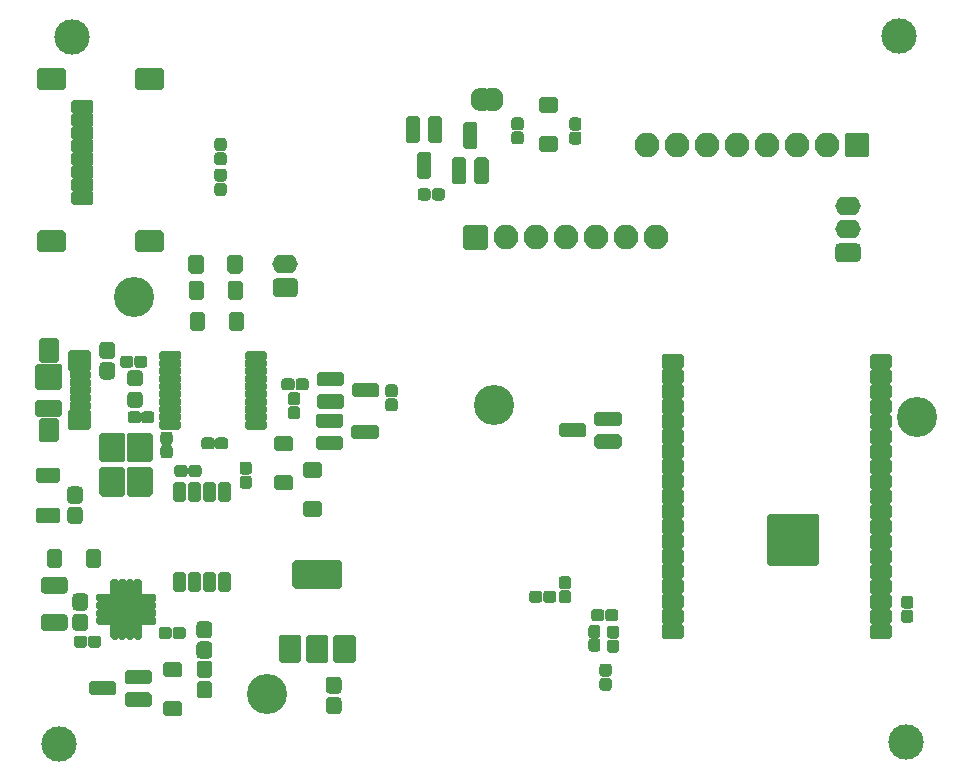
<source format=gbr>
G04 #@! TF.GenerationSoftware,KiCad,Pcbnew,(5.1.9-0-10_14)*
G04 #@! TF.CreationDate,2021-02-25T23:37:31+01:00*
G04 #@! TF.ProjectId,QUino-Dogbox,5155696e-6f2d-4446-9f67-626f782e6b69,C*
G04 #@! TF.SameCoordinates,Original*
G04 #@! TF.FileFunction,Soldermask,Top*
G04 #@! TF.FilePolarity,Negative*
%FSLAX46Y46*%
G04 Gerber Fmt 4.6, Leading zero omitted, Abs format (unit mm)*
G04 Created by KiCad (PCBNEW (5.1.9-0-10_14)) date 2021-02-25 23:37:31*
%MOMM*%
%LPD*%
G01*
G04 APERTURE LIST*
%ADD10O,2.100000X2.100000*%
%ADD11O,2.150000X1.600000*%
%ADD12C,3.400000*%
%ADD13C,0.100000*%
%ADD14C,3.000000*%
G04 APERTURE END LIST*
G36*
G01*
X94162700Y-126398500D02*
X96362700Y-126398500D01*
G75*
G02*
X96562700Y-126598500I0J-200000D01*
G01*
X96562700Y-128798500D01*
G75*
G02*
X96362700Y-128998500I-200000J0D01*
G01*
X94162700Y-128998500D01*
G75*
G02*
X93962700Y-128798500I0J200000D01*
G01*
X93962700Y-126598500D01*
G75*
G02*
X94162700Y-126398500I200000J0D01*
G01*
G37*
G36*
G01*
X96612700Y-126348500D02*
X97612700Y-126348500D01*
G75*
G02*
X97812700Y-126548500I0J-200000D01*
G01*
X97812700Y-126898500D01*
G75*
G02*
X97612700Y-127098500I-200000J0D01*
G01*
X96612700Y-127098500D01*
G75*
G02*
X96412700Y-126898500I0J200000D01*
G01*
X96412700Y-126548500D01*
G75*
G02*
X96612700Y-126348500I200000J0D01*
G01*
G37*
G36*
G01*
X96612700Y-126998500D02*
X97612700Y-126998500D01*
G75*
G02*
X97812700Y-127198500I0J-200000D01*
G01*
X97812700Y-127548500D01*
G75*
G02*
X97612700Y-127748500I-200000J0D01*
G01*
X96612700Y-127748500D01*
G75*
G02*
X96412700Y-127548500I0J200000D01*
G01*
X96412700Y-127198500D01*
G75*
G02*
X96612700Y-126998500I200000J0D01*
G01*
G37*
G36*
G01*
X96612700Y-127648500D02*
X97612700Y-127648500D01*
G75*
G02*
X97812700Y-127848500I0J-200000D01*
G01*
X97812700Y-128198500D01*
G75*
G02*
X97612700Y-128398500I-200000J0D01*
G01*
X96612700Y-128398500D01*
G75*
G02*
X96412700Y-128198500I0J200000D01*
G01*
X96412700Y-127848500D01*
G75*
G02*
X96612700Y-127648500I200000J0D01*
G01*
G37*
G36*
G01*
X96612700Y-128298500D02*
X97612700Y-128298500D01*
G75*
G02*
X97812700Y-128498500I0J-200000D01*
G01*
X97812700Y-128848500D01*
G75*
G02*
X97612700Y-129048500I-200000J0D01*
G01*
X96612700Y-129048500D01*
G75*
G02*
X96412700Y-128848500I0J200000D01*
G01*
X96412700Y-128498500D01*
G75*
G02*
X96612700Y-128298500I200000J0D01*
G01*
G37*
G36*
G01*
X95862700Y-130048500D02*
X95862700Y-129048500D01*
G75*
G02*
X96062700Y-128848500I200000J0D01*
G01*
X96412700Y-128848500D01*
G75*
G02*
X96612700Y-129048500I0J-200000D01*
G01*
X96612700Y-130048500D01*
G75*
G02*
X96412700Y-130248500I-200000J0D01*
G01*
X96062700Y-130248500D01*
G75*
G02*
X95862700Y-130048500I0J200000D01*
G01*
G37*
G36*
G01*
X95212700Y-130048500D02*
X95212700Y-129048500D01*
G75*
G02*
X95412700Y-128848500I200000J0D01*
G01*
X95762700Y-128848500D01*
G75*
G02*
X95962700Y-129048500I0J-200000D01*
G01*
X95962700Y-130048500D01*
G75*
G02*
X95762700Y-130248500I-200000J0D01*
G01*
X95412700Y-130248500D01*
G75*
G02*
X95212700Y-130048500I0J200000D01*
G01*
G37*
G36*
G01*
X94562700Y-130048500D02*
X94562700Y-129048500D01*
G75*
G02*
X94762700Y-128848500I200000J0D01*
G01*
X95112700Y-128848500D01*
G75*
G02*
X95312700Y-129048500I0J-200000D01*
G01*
X95312700Y-130048500D01*
G75*
G02*
X95112700Y-130248500I-200000J0D01*
G01*
X94762700Y-130248500D01*
G75*
G02*
X94562700Y-130048500I0J200000D01*
G01*
G37*
G36*
G01*
X93912700Y-130048500D02*
X93912700Y-129048500D01*
G75*
G02*
X94112700Y-128848500I200000J0D01*
G01*
X94462700Y-128848500D01*
G75*
G02*
X94662700Y-129048500I0J-200000D01*
G01*
X94662700Y-130048500D01*
G75*
G02*
X94462700Y-130248500I-200000J0D01*
G01*
X94112700Y-130248500D01*
G75*
G02*
X93912700Y-130048500I0J200000D01*
G01*
G37*
G36*
G01*
X92912700Y-128298500D02*
X93912700Y-128298500D01*
G75*
G02*
X94112700Y-128498500I0J-200000D01*
G01*
X94112700Y-128848500D01*
G75*
G02*
X93912700Y-129048500I-200000J0D01*
G01*
X92912700Y-129048500D01*
G75*
G02*
X92712700Y-128848500I0J200000D01*
G01*
X92712700Y-128498500D01*
G75*
G02*
X92912700Y-128298500I200000J0D01*
G01*
G37*
G36*
G01*
X92912700Y-127648500D02*
X93912700Y-127648500D01*
G75*
G02*
X94112700Y-127848500I0J-200000D01*
G01*
X94112700Y-128198500D01*
G75*
G02*
X93912700Y-128398500I-200000J0D01*
G01*
X92912700Y-128398500D01*
G75*
G02*
X92712700Y-128198500I0J200000D01*
G01*
X92712700Y-127848500D01*
G75*
G02*
X92912700Y-127648500I200000J0D01*
G01*
G37*
G36*
G01*
X92912700Y-126998500D02*
X93912700Y-126998500D01*
G75*
G02*
X94112700Y-127198500I0J-200000D01*
G01*
X94112700Y-127548500D01*
G75*
G02*
X93912700Y-127748500I-200000J0D01*
G01*
X92912700Y-127748500D01*
G75*
G02*
X92712700Y-127548500I0J200000D01*
G01*
X92712700Y-127198500D01*
G75*
G02*
X92912700Y-126998500I200000J0D01*
G01*
G37*
G36*
G01*
X92912700Y-126348500D02*
X93912700Y-126348500D01*
G75*
G02*
X94112700Y-126548500I0J-200000D01*
G01*
X94112700Y-126898500D01*
G75*
G02*
X93912700Y-127098500I-200000J0D01*
G01*
X92912700Y-127098500D01*
G75*
G02*
X92712700Y-126898500I0J200000D01*
G01*
X92712700Y-126548500D01*
G75*
G02*
X92912700Y-126348500I200000J0D01*
G01*
G37*
G36*
G01*
X93912700Y-126348500D02*
X93912700Y-125348500D01*
G75*
G02*
X94112700Y-125148500I200000J0D01*
G01*
X94462700Y-125148500D01*
G75*
G02*
X94662700Y-125348500I0J-200000D01*
G01*
X94662700Y-126348500D01*
G75*
G02*
X94462700Y-126548500I-200000J0D01*
G01*
X94112700Y-126548500D01*
G75*
G02*
X93912700Y-126348500I0J200000D01*
G01*
G37*
G36*
G01*
X94562700Y-126348500D02*
X94562700Y-125348500D01*
G75*
G02*
X94762700Y-125148500I200000J0D01*
G01*
X95112700Y-125148500D01*
G75*
G02*
X95312700Y-125348500I0J-200000D01*
G01*
X95312700Y-126348500D01*
G75*
G02*
X95112700Y-126548500I-200000J0D01*
G01*
X94762700Y-126548500D01*
G75*
G02*
X94562700Y-126348500I0J200000D01*
G01*
G37*
G36*
G01*
X95212700Y-126348500D02*
X95212700Y-125348500D01*
G75*
G02*
X95412700Y-125148500I200000J0D01*
G01*
X95762700Y-125148500D01*
G75*
G02*
X95962700Y-125348500I0J-200000D01*
G01*
X95962700Y-126348500D01*
G75*
G02*
X95762700Y-126548500I-200000J0D01*
G01*
X95412700Y-126548500D01*
G75*
G02*
X95212700Y-126348500I0J200000D01*
G01*
G37*
G36*
G01*
X95862700Y-126348500D02*
X95862700Y-125348500D01*
G75*
G02*
X96062700Y-125148500I200000J0D01*
G01*
X96412700Y-125148500D01*
G75*
G02*
X96612700Y-125348500I0J-200000D01*
G01*
X96612700Y-126348500D01*
G75*
G02*
X96412700Y-126548500I-200000J0D01*
G01*
X96062700Y-126548500D01*
G75*
G02*
X95862700Y-126348500I0J200000D01*
G01*
G37*
G36*
G01*
X98241000Y-105818800D02*
X99741000Y-105818800D01*
G75*
G02*
X99941000Y-106018800I0J-200000D01*
G01*
X99941000Y-106418800D01*
G75*
G02*
X99741000Y-106618800I-200000J0D01*
G01*
X98241000Y-106618800D01*
G75*
G02*
X98041000Y-106418800I0J200000D01*
G01*
X98041000Y-106018800D01*
G75*
G02*
X98241000Y-105818800I200000J0D01*
G01*
G37*
G36*
G01*
X98241000Y-106468800D02*
X99741000Y-106468800D01*
G75*
G02*
X99941000Y-106668800I0J-200000D01*
G01*
X99941000Y-107068800D01*
G75*
G02*
X99741000Y-107268800I-200000J0D01*
G01*
X98241000Y-107268800D01*
G75*
G02*
X98041000Y-107068800I0J200000D01*
G01*
X98041000Y-106668800D01*
G75*
G02*
X98241000Y-106468800I200000J0D01*
G01*
G37*
G36*
G01*
X98241000Y-107118800D02*
X99741000Y-107118800D01*
G75*
G02*
X99941000Y-107318800I0J-200000D01*
G01*
X99941000Y-107718800D01*
G75*
G02*
X99741000Y-107918800I-200000J0D01*
G01*
X98241000Y-107918800D01*
G75*
G02*
X98041000Y-107718800I0J200000D01*
G01*
X98041000Y-107318800D01*
G75*
G02*
X98241000Y-107118800I200000J0D01*
G01*
G37*
G36*
G01*
X98241000Y-107768800D02*
X99741000Y-107768800D01*
G75*
G02*
X99941000Y-107968800I0J-200000D01*
G01*
X99941000Y-108368800D01*
G75*
G02*
X99741000Y-108568800I-200000J0D01*
G01*
X98241000Y-108568800D01*
G75*
G02*
X98041000Y-108368800I0J200000D01*
G01*
X98041000Y-107968800D01*
G75*
G02*
X98241000Y-107768800I200000J0D01*
G01*
G37*
G36*
G01*
X98241000Y-108418800D02*
X99741000Y-108418800D01*
G75*
G02*
X99941000Y-108618800I0J-200000D01*
G01*
X99941000Y-109018800D01*
G75*
G02*
X99741000Y-109218800I-200000J0D01*
G01*
X98241000Y-109218800D01*
G75*
G02*
X98041000Y-109018800I0J200000D01*
G01*
X98041000Y-108618800D01*
G75*
G02*
X98241000Y-108418800I200000J0D01*
G01*
G37*
G36*
G01*
X98241000Y-109068800D02*
X99741000Y-109068800D01*
G75*
G02*
X99941000Y-109268800I0J-200000D01*
G01*
X99941000Y-109668800D01*
G75*
G02*
X99741000Y-109868800I-200000J0D01*
G01*
X98241000Y-109868800D01*
G75*
G02*
X98041000Y-109668800I0J200000D01*
G01*
X98041000Y-109268800D01*
G75*
G02*
X98241000Y-109068800I200000J0D01*
G01*
G37*
G36*
G01*
X98241000Y-109718800D02*
X99741000Y-109718800D01*
G75*
G02*
X99941000Y-109918800I0J-200000D01*
G01*
X99941000Y-110318800D01*
G75*
G02*
X99741000Y-110518800I-200000J0D01*
G01*
X98241000Y-110518800D01*
G75*
G02*
X98041000Y-110318800I0J200000D01*
G01*
X98041000Y-109918800D01*
G75*
G02*
X98241000Y-109718800I200000J0D01*
G01*
G37*
G36*
G01*
X98241000Y-110368800D02*
X99741000Y-110368800D01*
G75*
G02*
X99941000Y-110568800I0J-200000D01*
G01*
X99941000Y-110968800D01*
G75*
G02*
X99741000Y-111168800I-200000J0D01*
G01*
X98241000Y-111168800D01*
G75*
G02*
X98041000Y-110968800I0J200000D01*
G01*
X98041000Y-110568800D01*
G75*
G02*
X98241000Y-110368800I200000J0D01*
G01*
G37*
G36*
G01*
X98241000Y-111018800D02*
X99741000Y-111018800D01*
G75*
G02*
X99941000Y-111218800I0J-200000D01*
G01*
X99941000Y-111618800D01*
G75*
G02*
X99741000Y-111818800I-200000J0D01*
G01*
X98241000Y-111818800D01*
G75*
G02*
X98041000Y-111618800I0J200000D01*
G01*
X98041000Y-111218800D01*
G75*
G02*
X98241000Y-111018800I200000J0D01*
G01*
G37*
G36*
G01*
X98241000Y-111668800D02*
X99741000Y-111668800D01*
G75*
G02*
X99941000Y-111868800I0J-200000D01*
G01*
X99941000Y-112268800D01*
G75*
G02*
X99741000Y-112468800I-200000J0D01*
G01*
X98241000Y-112468800D01*
G75*
G02*
X98041000Y-112268800I0J200000D01*
G01*
X98041000Y-111868800D01*
G75*
G02*
X98241000Y-111668800I200000J0D01*
G01*
G37*
G36*
G01*
X105491000Y-111668800D02*
X106991000Y-111668800D01*
G75*
G02*
X107191000Y-111868800I0J-200000D01*
G01*
X107191000Y-112268800D01*
G75*
G02*
X106991000Y-112468800I-200000J0D01*
G01*
X105491000Y-112468800D01*
G75*
G02*
X105291000Y-112268800I0J200000D01*
G01*
X105291000Y-111868800D01*
G75*
G02*
X105491000Y-111668800I200000J0D01*
G01*
G37*
G36*
G01*
X105491000Y-111018800D02*
X106991000Y-111018800D01*
G75*
G02*
X107191000Y-111218800I0J-200000D01*
G01*
X107191000Y-111618800D01*
G75*
G02*
X106991000Y-111818800I-200000J0D01*
G01*
X105491000Y-111818800D01*
G75*
G02*
X105291000Y-111618800I0J200000D01*
G01*
X105291000Y-111218800D01*
G75*
G02*
X105491000Y-111018800I200000J0D01*
G01*
G37*
G36*
G01*
X105491000Y-110368800D02*
X106991000Y-110368800D01*
G75*
G02*
X107191000Y-110568800I0J-200000D01*
G01*
X107191000Y-110968800D01*
G75*
G02*
X106991000Y-111168800I-200000J0D01*
G01*
X105491000Y-111168800D01*
G75*
G02*
X105291000Y-110968800I0J200000D01*
G01*
X105291000Y-110568800D01*
G75*
G02*
X105491000Y-110368800I200000J0D01*
G01*
G37*
G36*
G01*
X105491000Y-109718800D02*
X106991000Y-109718800D01*
G75*
G02*
X107191000Y-109918800I0J-200000D01*
G01*
X107191000Y-110318800D01*
G75*
G02*
X106991000Y-110518800I-200000J0D01*
G01*
X105491000Y-110518800D01*
G75*
G02*
X105291000Y-110318800I0J200000D01*
G01*
X105291000Y-109918800D01*
G75*
G02*
X105491000Y-109718800I200000J0D01*
G01*
G37*
G36*
G01*
X105491000Y-109068800D02*
X106991000Y-109068800D01*
G75*
G02*
X107191000Y-109268800I0J-200000D01*
G01*
X107191000Y-109668800D01*
G75*
G02*
X106991000Y-109868800I-200000J0D01*
G01*
X105491000Y-109868800D01*
G75*
G02*
X105291000Y-109668800I0J200000D01*
G01*
X105291000Y-109268800D01*
G75*
G02*
X105491000Y-109068800I200000J0D01*
G01*
G37*
G36*
G01*
X105491000Y-108418800D02*
X106991000Y-108418800D01*
G75*
G02*
X107191000Y-108618800I0J-200000D01*
G01*
X107191000Y-109018800D01*
G75*
G02*
X106991000Y-109218800I-200000J0D01*
G01*
X105491000Y-109218800D01*
G75*
G02*
X105291000Y-109018800I0J200000D01*
G01*
X105291000Y-108618800D01*
G75*
G02*
X105491000Y-108418800I200000J0D01*
G01*
G37*
G36*
G01*
X105491000Y-107768800D02*
X106991000Y-107768800D01*
G75*
G02*
X107191000Y-107968800I0J-200000D01*
G01*
X107191000Y-108368800D01*
G75*
G02*
X106991000Y-108568800I-200000J0D01*
G01*
X105491000Y-108568800D01*
G75*
G02*
X105291000Y-108368800I0J200000D01*
G01*
X105291000Y-107968800D01*
G75*
G02*
X105491000Y-107768800I200000J0D01*
G01*
G37*
G36*
G01*
X105491000Y-107118800D02*
X106991000Y-107118800D01*
G75*
G02*
X107191000Y-107318800I0J-200000D01*
G01*
X107191000Y-107718800D01*
G75*
G02*
X106991000Y-107918800I-200000J0D01*
G01*
X105491000Y-107918800D01*
G75*
G02*
X105291000Y-107718800I0J200000D01*
G01*
X105291000Y-107318800D01*
G75*
G02*
X105491000Y-107118800I200000J0D01*
G01*
G37*
G36*
G01*
X105491000Y-106468800D02*
X106991000Y-106468800D01*
G75*
G02*
X107191000Y-106668800I0J-200000D01*
G01*
X107191000Y-107068800D01*
G75*
G02*
X106991000Y-107268800I-200000J0D01*
G01*
X105491000Y-107268800D01*
G75*
G02*
X105291000Y-107068800I0J200000D01*
G01*
X105291000Y-106668800D01*
G75*
G02*
X105491000Y-106468800I200000J0D01*
G01*
G37*
G36*
G01*
X105491000Y-105818800D02*
X106991000Y-105818800D01*
G75*
G02*
X107191000Y-106018800I0J-200000D01*
G01*
X107191000Y-106418800D01*
G75*
G02*
X106991000Y-106618800I-200000J0D01*
G01*
X105491000Y-106618800D01*
G75*
G02*
X105291000Y-106418800I0J200000D01*
G01*
X105291000Y-106018800D01*
G75*
G02*
X105491000Y-105818800I200000J0D01*
G01*
G37*
G36*
G01*
X135591900Y-132283900D02*
X136111900Y-132283900D01*
G75*
G02*
X136371900Y-132543900I0J-260000D01*
G01*
X136371900Y-133138900D01*
G75*
G02*
X136111900Y-133398900I-260000J0D01*
G01*
X135591900Y-133398900D01*
G75*
G02*
X135331900Y-133138900I0J260000D01*
G01*
X135331900Y-132543900D01*
G75*
G02*
X135591900Y-132283900I260000J0D01*
G01*
G37*
G36*
G01*
X135591900Y-133478900D02*
X136111900Y-133478900D01*
G75*
G02*
X136371900Y-133738900I0J-260000D01*
G01*
X136371900Y-134333900D01*
G75*
G02*
X136111900Y-134593900I-260000J0D01*
G01*
X135591900Y-134593900D01*
G75*
G02*
X135331900Y-134333900I0J260000D01*
G01*
X135331900Y-133738900D01*
G75*
G02*
X135591900Y-133478900I260000J0D01*
G01*
G37*
G36*
G01*
X91830400Y-123980500D02*
X91830400Y-122780500D01*
G75*
G02*
X92030400Y-122580500I200000J0D01*
G01*
X92930400Y-122580500D01*
G75*
G02*
X93130400Y-122780500I0J-200000D01*
G01*
X93130400Y-123980500D01*
G75*
G02*
X92930400Y-124180500I-200000J0D01*
G01*
X92030400Y-124180500D01*
G75*
G02*
X91830400Y-123980500I0J200000D01*
G01*
G37*
G36*
G01*
X88530400Y-123980500D02*
X88530400Y-122780500D01*
G75*
G02*
X88730400Y-122580500I200000J0D01*
G01*
X89630400Y-122580500D01*
G75*
G02*
X89830400Y-122780500I0J-200000D01*
G01*
X89830400Y-123980500D01*
G75*
G02*
X89630400Y-124180500I-200000J0D01*
G01*
X88730400Y-124180500D01*
G75*
G02*
X88530400Y-123980500I0J200000D01*
G01*
G37*
G36*
G01*
X109881100Y-132238600D02*
X108381100Y-132238600D01*
G75*
G02*
X108181100Y-132038600I0J200000D01*
G01*
X108181100Y-130038600D01*
G75*
G02*
X108381100Y-129838600I200000J0D01*
G01*
X109881100Y-129838600D01*
G75*
G02*
X110081100Y-130038600I0J-200000D01*
G01*
X110081100Y-132038600D01*
G75*
G02*
X109881100Y-132238600I-200000J0D01*
G01*
G37*
G36*
G01*
X114481100Y-132238600D02*
X112981100Y-132238600D01*
G75*
G02*
X112781100Y-132038600I0J200000D01*
G01*
X112781100Y-130038600D01*
G75*
G02*
X112981100Y-129838600I200000J0D01*
G01*
X114481100Y-129838600D01*
G75*
G02*
X114681100Y-130038600I0J-200000D01*
G01*
X114681100Y-132038600D01*
G75*
G02*
X114481100Y-132238600I-200000J0D01*
G01*
G37*
G36*
G01*
X112181100Y-132238600D02*
X110681100Y-132238600D01*
G75*
G02*
X110481100Y-132038600I0J200000D01*
G01*
X110481100Y-130038600D01*
G75*
G02*
X110681100Y-129838600I200000J0D01*
G01*
X112181100Y-129838600D01*
G75*
G02*
X112381100Y-130038600I0J-200000D01*
G01*
X112381100Y-132038600D01*
G75*
G02*
X112181100Y-132238600I-200000J0D01*
G01*
G37*
G36*
G01*
X113331100Y-125938600D02*
X109531100Y-125938600D01*
G75*
G02*
X109331100Y-125738600I0J200000D01*
G01*
X109331100Y-123738600D01*
G75*
G02*
X109531100Y-123538600I200000J0D01*
G01*
X113331100Y-123538600D01*
G75*
G02*
X113531100Y-123738600I0J-200000D01*
G01*
X113531100Y-125738600D01*
G75*
G02*
X113331100Y-125938600I-200000J0D01*
G01*
G37*
G36*
G01*
X103857300Y-101272900D02*
X103857300Y-100072900D01*
G75*
G02*
X104057300Y-99872900I200000J0D01*
G01*
X104957300Y-99872900D01*
G75*
G02*
X105157300Y-100072900I0J-200000D01*
G01*
X105157300Y-101272900D01*
G75*
G02*
X104957300Y-101472900I-200000J0D01*
G01*
X104057300Y-101472900D01*
G75*
G02*
X103857300Y-101272900I0J200000D01*
G01*
G37*
G36*
G01*
X100557300Y-101272900D02*
X100557300Y-100072900D01*
G75*
G02*
X100757300Y-99872900I200000J0D01*
G01*
X101657300Y-99872900D01*
G75*
G02*
X101857300Y-100072900I0J-200000D01*
G01*
X101857300Y-101272900D01*
G75*
G02*
X101657300Y-101472900I-200000J0D01*
G01*
X100757300Y-101472900D01*
G75*
G02*
X100557300Y-101272900I0J200000D01*
G01*
G37*
G36*
G01*
X101832900Y-97863100D02*
X101832900Y-99063100D01*
G75*
G02*
X101632900Y-99263100I-200000J0D01*
G01*
X100732900Y-99263100D01*
G75*
G02*
X100532900Y-99063100I0J200000D01*
G01*
X100532900Y-97863100D01*
G75*
G02*
X100732900Y-97663100I200000J0D01*
G01*
X101632900Y-97663100D01*
G75*
G02*
X101832900Y-97863100I0J-200000D01*
G01*
G37*
G36*
G01*
X105132900Y-97863100D02*
X105132900Y-99063100D01*
G75*
G02*
X104932900Y-99263100I-200000J0D01*
G01*
X104032900Y-99263100D01*
G75*
G02*
X103832900Y-99063100I0J200000D01*
G01*
X103832900Y-97863100D01*
G75*
G02*
X104032900Y-97663100I200000J0D01*
G01*
X104932900Y-97663100D01*
G75*
G02*
X105132900Y-97863100I0J-200000D01*
G01*
G37*
G36*
G01*
X130413200Y-87626700D02*
X131613200Y-87626700D01*
G75*
G02*
X131813200Y-87826700I0J-200000D01*
G01*
X131813200Y-88726700D01*
G75*
G02*
X131613200Y-88926700I-200000J0D01*
G01*
X130413200Y-88926700D01*
G75*
G02*
X130213200Y-88726700I0J200000D01*
G01*
X130213200Y-87826700D01*
G75*
G02*
X130413200Y-87626700I200000J0D01*
G01*
G37*
G36*
G01*
X130413200Y-84326700D02*
X131613200Y-84326700D01*
G75*
G02*
X131813200Y-84526700I0J-200000D01*
G01*
X131813200Y-85426700D01*
G75*
G02*
X131613200Y-85626700I-200000J0D01*
G01*
X130413200Y-85626700D01*
G75*
G02*
X130213200Y-85426700I0J200000D01*
G01*
X130213200Y-84526700D01*
G75*
G02*
X130413200Y-84326700I200000J0D01*
G01*
G37*
G36*
G01*
X104173900Y-124739400D02*
X104173900Y-126009400D01*
G75*
G02*
X103973900Y-126209400I-200000J0D01*
G01*
X103213900Y-126209400D01*
G75*
G02*
X103013900Y-126009400I0J200000D01*
G01*
X103013900Y-124739400D01*
G75*
G02*
X103213900Y-124539400I200000J0D01*
G01*
X103973900Y-124539400D01*
G75*
G02*
X104173900Y-124739400I0J-200000D01*
G01*
G37*
G36*
G01*
X102903900Y-124739400D02*
X102903900Y-126009400D01*
G75*
G02*
X102703900Y-126209400I-200000J0D01*
G01*
X101943900Y-126209400D01*
G75*
G02*
X101743900Y-126009400I0J200000D01*
G01*
X101743900Y-124739400D01*
G75*
G02*
X101943900Y-124539400I200000J0D01*
G01*
X102703900Y-124539400D01*
G75*
G02*
X102903900Y-124739400I0J-200000D01*
G01*
G37*
G36*
G01*
X101633900Y-124739400D02*
X101633900Y-126009400D01*
G75*
G02*
X101433900Y-126209400I-200000J0D01*
G01*
X100673900Y-126209400D01*
G75*
G02*
X100473900Y-126009400I0J200000D01*
G01*
X100473900Y-124739400D01*
G75*
G02*
X100673900Y-124539400I200000J0D01*
G01*
X101433900Y-124539400D01*
G75*
G02*
X101633900Y-124739400I0J-200000D01*
G01*
G37*
G36*
G01*
X100363900Y-124739400D02*
X100363900Y-126009400D01*
G75*
G02*
X100163900Y-126209400I-200000J0D01*
G01*
X99403900Y-126209400D01*
G75*
G02*
X99203900Y-126009400I0J200000D01*
G01*
X99203900Y-124739400D01*
G75*
G02*
X99403900Y-124539400I200000J0D01*
G01*
X100163900Y-124539400D01*
G75*
G02*
X100363900Y-124739400I0J-200000D01*
G01*
G37*
G36*
G01*
X100363900Y-117119400D02*
X100363900Y-118389400D01*
G75*
G02*
X100163900Y-118589400I-200000J0D01*
G01*
X99403900Y-118589400D01*
G75*
G02*
X99203900Y-118389400I0J200000D01*
G01*
X99203900Y-117119400D01*
G75*
G02*
X99403900Y-116919400I200000J0D01*
G01*
X100163900Y-116919400D01*
G75*
G02*
X100363900Y-117119400I0J-200000D01*
G01*
G37*
G36*
G01*
X101633900Y-117119400D02*
X101633900Y-118389400D01*
G75*
G02*
X101433900Y-118589400I-200000J0D01*
G01*
X100673900Y-118589400D01*
G75*
G02*
X100473900Y-118389400I0J200000D01*
G01*
X100473900Y-117119400D01*
G75*
G02*
X100673900Y-116919400I200000J0D01*
G01*
X101433900Y-116919400D01*
G75*
G02*
X101633900Y-117119400I0J-200000D01*
G01*
G37*
G36*
G01*
X102903900Y-117119400D02*
X102903900Y-118389400D01*
G75*
G02*
X102703900Y-118589400I-200000J0D01*
G01*
X101943900Y-118589400D01*
G75*
G02*
X101743900Y-118389400I0J200000D01*
G01*
X101743900Y-117119400D01*
G75*
G02*
X101943900Y-116919400I200000J0D01*
G01*
X102703900Y-116919400D01*
G75*
G02*
X102903900Y-117119400I0J-200000D01*
G01*
G37*
G36*
G01*
X104173900Y-117119400D02*
X104173900Y-118389400D01*
G75*
G02*
X103973900Y-118589400I-200000J0D01*
G01*
X103213900Y-118589400D01*
G75*
G02*
X103013900Y-118389400I0J200000D01*
G01*
X103013900Y-117119400D01*
G75*
G02*
X103213900Y-116919400I200000J0D01*
G01*
X103973900Y-116919400D01*
G75*
G02*
X104173900Y-117119400I0J-200000D01*
G01*
G37*
G36*
G01*
X160090300Y-129105400D02*
X160090300Y-130035400D01*
G75*
G02*
X159890300Y-130235400I-200000J0D01*
G01*
X158440300Y-130235400D01*
G75*
G02*
X158240300Y-130035400I0J200000D01*
G01*
X158240300Y-129105400D01*
G75*
G02*
X158440300Y-128905400I200000J0D01*
G01*
X159890300Y-128905400D01*
G75*
G02*
X160090300Y-129105400I0J-200000D01*
G01*
G37*
G36*
G01*
X160090300Y-127835400D02*
X160090300Y-128765400D01*
G75*
G02*
X159890300Y-128965400I-200000J0D01*
G01*
X158440300Y-128965400D01*
G75*
G02*
X158240300Y-128765400I0J200000D01*
G01*
X158240300Y-127835400D01*
G75*
G02*
X158440300Y-127635400I200000J0D01*
G01*
X159890300Y-127635400D01*
G75*
G02*
X160090300Y-127835400I0J-200000D01*
G01*
G37*
G36*
G01*
X160090300Y-126565400D02*
X160090300Y-127495400D01*
G75*
G02*
X159890300Y-127695400I-200000J0D01*
G01*
X158440300Y-127695400D01*
G75*
G02*
X158240300Y-127495400I0J200000D01*
G01*
X158240300Y-126565400D01*
G75*
G02*
X158440300Y-126365400I200000J0D01*
G01*
X159890300Y-126365400D01*
G75*
G02*
X160090300Y-126565400I0J-200000D01*
G01*
G37*
G36*
G01*
X160090300Y-125295400D02*
X160090300Y-126225400D01*
G75*
G02*
X159890300Y-126425400I-200000J0D01*
G01*
X158440300Y-126425400D01*
G75*
G02*
X158240300Y-126225400I0J200000D01*
G01*
X158240300Y-125295400D01*
G75*
G02*
X158440300Y-125095400I200000J0D01*
G01*
X159890300Y-125095400D01*
G75*
G02*
X160090300Y-125295400I0J-200000D01*
G01*
G37*
G36*
G01*
X160090300Y-124025400D02*
X160090300Y-124955400D01*
G75*
G02*
X159890300Y-125155400I-200000J0D01*
G01*
X158440300Y-125155400D01*
G75*
G02*
X158240300Y-124955400I0J200000D01*
G01*
X158240300Y-124025400D01*
G75*
G02*
X158440300Y-123825400I200000J0D01*
G01*
X159890300Y-123825400D01*
G75*
G02*
X160090300Y-124025400I0J-200000D01*
G01*
G37*
G36*
G01*
X160090300Y-122755400D02*
X160090300Y-123685400D01*
G75*
G02*
X159890300Y-123885400I-200000J0D01*
G01*
X158440300Y-123885400D01*
G75*
G02*
X158240300Y-123685400I0J200000D01*
G01*
X158240300Y-122755400D01*
G75*
G02*
X158440300Y-122555400I200000J0D01*
G01*
X159890300Y-122555400D01*
G75*
G02*
X160090300Y-122755400I0J-200000D01*
G01*
G37*
G36*
G01*
X160090300Y-121485400D02*
X160090300Y-122415400D01*
G75*
G02*
X159890300Y-122615400I-200000J0D01*
G01*
X158440300Y-122615400D01*
G75*
G02*
X158240300Y-122415400I0J200000D01*
G01*
X158240300Y-121485400D01*
G75*
G02*
X158440300Y-121285400I200000J0D01*
G01*
X159890300Y-121285400D01*
G75*
G02*
X160090300Y-121485400I0J-200000D01*
G01*
G37*
G36*
G01*
X160090300Y-120215400D02*
X160090300Y-121145400D01*
G75*
G02*
X159890300Y-121345400I-200000J0D01*
G01*
X158440300Y-121345400D01*
G75*
G02*
X158240300Y-121145400I0J200000D01*
G01*
X158240300Y-120215400D01*
G75*
G02*
X158440300Y-120015400I200000J0D01*
G01*
X159890300Y-120015400D01*
G75*
G02*
X160090300Y-120215400I0J-200000D01*
G01*
G37*
G36*
G01*
X160090300Y-118945400D02*
X160090300Y-119875400D01*
G75*
G02*
X159890300Y-120075400I-200000J0D01*
G01*
X158440300Y-120075400D01*
G75*
G02*
X158240300Y-119875400I0J200000D01*
G01*
X158240300Y-118945400D01*
G75*
G02*
X158440300Y-118745400I200000J0D01*
G01*
X159890300Y-118745400D01*
G75*
G02*
X160090300Y-118945400I0J-200000D01*
G01*
G37*
G36*
G01*
X160090300Y-117675400D02*
X160090300Y-118605400D01*
G75*
G02*
X159890300Y-118805400I-200000J0D01*
G01*
X158440300Y-118805400D01*
G75*
G02*
X158240300Y-118605400I0J200000D01*
G01*
X158240300Y-117675400D01*
G75*
G02*
X158440300Y-117475400I200000J0D01*
G01*
X159890300Y-117475400D01*
G75*
G02*
X160090300Y-117675400I0J-200000D01*
G01*
G37*
G36*
G01*
X160090300Y-116405400D02*
X160090300Y-117335400D01*
G75*
G02*
X159890300Y-117535400I-200000J0D01*
G01*
X158440300Y-117535400D01*
G75*
G02*
X158240300Y-117335400I0J200000D01*
G01*
X158240300Y-116405400D01*
G75*
G02*
X158440300Y-116205400I200000J0D01*
G01*
X159890300Y-116205400D01*
G75*
G02*
X160090300Y-116405400I0J-200000D01*
G01*
G37*
G36*
G01*
X160090300Y-115135400D02*
X160090300Y-116065400D01*
G75*
G02*
X159890300Y-116265400I-200000J0D01*
G01*
X158440300Y-116265400D01*
G75*
G02*
X158240300Y-116065400I0J200000D01*
G01*
X158240300Y-115135400D01*
G75*
G02*
X158440300Y-114935400I200000J0D01*
G01*
X159890300Y-114935400D01*
G75*
G02*
X160090300Y-115135400I0J-200000D01*
G01*
G37*
G36*
G01*
X160090300Y-113865400D02*
X160090300Y-114795400D01*
G75*
G02*
X159890300Y-114995400I-200000J0D01*
G01*
X158440300Y-114995400D01*
G75*
G02*
X158240300Y-114795400I0J200000D01*
G01*
X158240300Y-113865400D01*
G75*
G02*
X158440300Y-113665400I200000J0D01*
G01*
X159890300Y-113665400D01*
G75*
G02*
X160090300Y-113865400I0J-200000D01*
G01*
G37*
G36*
G01*
X160090300Y-112595400D02*
X160090300Y-113525400D01*
G75*
G02*
X159890300Y-113725400I-200000J0D01*
G01*
X158440300Y-113725400D01*
G75*
G02*
X158240300Y-113525400I0J200000D01*
G01*
X158240300Y-112595400D01*
G75*
G02*
X158440300Y-112395400I200000J0D01*
G01*
X159890300Y-112395400D01*
G75*
G02*
X160090300Y-112595400I0J-200000D01*
G01*
G37*
G36*
G01*
X160090300Y-111325400D02*
X160090300Y-112255400D01*
G75*
G02*
X159890300Y-112455400I-200000J0D01*
G01*
X158440300Y-112455400D01*
G75*
G02*
X158240300Y-112255400I0J200000D01*
G01*
X158240300Y-111325400D01*
G75*
G02*
X158440300Y-111125400I200000J0D01*
G01*
X159890300Y-111125400D01*
G75*
G02*
X160090300Y-111325400I0J-200000D01*
G01*
G37*
G36*
G01*
X160090300Y-110055400D02*
X160090300Y-110985400D01*
G75*
G02*
X159890300Y-111185400I-200000J0D01*
G01*
X158440300Y-111185400D01*
G75*
G02*
X158240300Y-110985400I0J200000D01*
G01*
X158240300Y-110055400D01*
G75*
G02*
X158440300Y-109855400I200000J0D01*
G01*
X159890300Y-109855400D01*
G75*
G02*
X160090300Y-110055400I0J-200000D01*
G01*
G37*
G36*
G01*
X160090300Y-108785400D02*
X160090300Y-109715400D01*
G75*
G02*
X159890300Y-109915400I-200000J0D01*
G01*
X158440300Y-109915400D01*
G75*
G02*
X158240300Y-109715400I0J200000D01*
G01*
X158240300Y-108785400D01*
G75*
G02*
X158440300Y-108585400I200000J0D01*
G01*
X159890300Y-108585400D01*
G75*
G02*
X160090300Y-108785400I0J-200000D01*
G01*
G37*
G36*
G01*
X160090300Y-107515400D02*
X160090300Y-108445400D01*
G75*
G02*
X159890300Y-108645400I-200000J0D01*
G01*
X158440300Y-108645400D01*
G75*
G02*
X158240300Y-108445400I0J200000D01*
G01*
X158240300Y-107515400D01*
G75*
G02*
X158440300Y-107315400I200000J0D01*
G01*
X159890300Y-107315400D01*
G75*
G02*
X160090300Y-107515400I0J-200000D01*
G01*
G37*
G36*
G01*
X160090300Y-106245400D02*
X160090300Y-107175400D01*
G75*
G02*
X159890300Y-107375400I-200000J0D01*
G01*
X158440300Y-107375400D01*
G75*
G02*
X158240300Y-107175400I0J200000D01*
G01*
X158240300Y-106245400D01*
G75*
G02*
X158440300Y-106045400I200000J0D01*
G01*
X159890300Y-106045400D01*
G75*
G02*
X160090300Y-106245400I0J-200000D01*
G01*
G37*
G36*
G01*
X142470300Y-106245400D02*
X142470300Y-107175400D01*
G75*
G02*
X142270300Y-107375400I-200000J0D01*
G01*
X140820300Y-107375400D01*
G75*
G02*
X140620300Y-107175400I0J200000D01*
G01*
X140620300Y-106245400D01*
G75*
G02*
X140820300Y-106045400I200000J0D01*
G01*
X142270300Y-106045400D01*
G75*
G02*
X142470300Y-106245400I0J-200000D01*
G01*
G37*
G36*
G01*
X142470300Y-107515400D02*
X142470300Y-108445400D01*
G75*
G02*
X142270300Y-108645400I-200000J0D01*
G01*
X140820300Y-108645400D01*
G75*
G02*
X140620300Y-108445400I0J200000D01*
G01*
X140620300Y-107515400D01*
G75*
G02*
X140820300Y-107315400I200000J0D01*
G01*
X142270300Y-107315400D01*
G75*
G02*
X142470300Y-107515400I0J-200000D01*
G01*
G37*
G36*
G01*
X142470300Y-108785400D02*
X142470300Y-109715400D01*
G75*
G02*
X142270300Y-109915400I-200000J0D01*
G01*
X140820300Y-109915400D01*
G75*
G02*
X140620300Y-109715400I0J200000D01*
G01*
X140620300Y-108785400D01*
G75*
G02*
X140820300Y-108585400I200000J0D01*
G01*
X142270300Y-108585400D01*
G75*
G02*
X142470300Y-108785400I0J-200000D01*
G01*
G37*
G36*
G01*
X142470300Y-110055400D02*
X142470300Y-110985400D01*
G75*
G02*
X142270300Y-111185400I-200000J0D01*
G01*
X140820300Y-111185400D01*
G75*
G02*
X140620300Y-110985400I0J200000D01*
G01*
X140620300Y-110055400D01*
G75*
G02*
X140820300Y-109855400I200000J0D01*
G01*
X142270300Y-109855400D01*
G75*
G02*
X142470300Y-110055400I0J-200000D01*
G01*
G37*
G36*
G01*
X142470300Y-111325400D02*
X142470300Y-112255400D01*
G75*
G02*
X142270300Y-112455400I-200000J0D01*
G01*
X140820300Y-112455400D01*
G75*
G02*
X140620300Y-112255400I0J200000D01*
G01*
X140620300Y-111325400D01*
G75*
G02*
X140820300Y-111125400I200000J0D01*
G01*
X142270300Y-111125400D01*
G75*
G02*
X142470300Y-111325400I0J-200000D01*
G01*
G37*
G36*
G01*
X142470300Y-112595400D02*
X142470300Y-113525400D01*
G75*
G02*
X142270300Y-113725400I-200000J0D01*
G01*
X140820300Y-113725400D01*
G75*
G02*
X140620300Y-113525400I0J200000D01*
G01*
X140620300Y-112595400D01*
G75*
G02*
X140820300Y-112395400I200000J0D01*
G01*
X142270300Y-112395400D01*
G75*
G02*
X142470300Y-112595400I0J-200000D01*
G01*
G37*
G36*
G01*
X142470300Y-113865400D02*
X142470300Y-114795400D01*
G75*
G02*
X142270300Y-114995400I-200000J0D01*
G01*
X140820300Y-114995400D01*
G75*
G02*
X140620300Y-114795400I0J200000D01*
G01*
X140620300Y-113865400D01*
G75*
G02*
X140820300Y-113665400I200000J0D01*
G01*
X142270300Y-113665400D01*
G75*
G02*
X142470300Y-113865400I0J-200000D01*
G01*
G37*
G36*
G01*
X142470300Y-115135400D02*
X142470300Y-116065400D01*
G75*
G02*
X142270300Y-116265400I-200000J0D01*
G01*
X140820300Y-116265400D01*
G75*
G02*
X140620300Y-116065400I0J200000D01*
G01*
X140620300Y-115135400D01*
G75*
G02*
X140820300Y-114935400I200000J0D01*
G01*
X142270300Y-114935400D01*
G75*
G02*
X142470300Y-115135400I0J-200000D01*
G01*
G37*
G36*
G01*
X142470300Y-116405400D02*
X142470300Y-117335400D01*
G75*
G02*
X142270300Y-117535400I-200000J0D01*
G01*
X140820300Y-117535400D01*
G75*
G02*
X140620300Y-117335400I0J200000D01*
G01*
X140620300Y-116405400D01*
G75*
G02*
X140820300Y-116205400I200000J0D01*
G01*
X142270300Y-116205400D01*
G75*
G02*
X142470300Y-116405400I0J-200000D01*
G01*
G37*
G36*
G01*
X142470300Y-117675400D02*
X142470300Y-118605400D01*
G75*
G02*
X142270300Y-118805400I-200000J0D01*
G01*
X140820300Y-118805400D01*
G75*
G02*
X140620300Y-118605400I0J200000D01*
G01*
X140620300Y-117675400D01*
G75*
G02*
X140820300Y-117475400I200000J0D01*
G01*
X142270300Y-117475400D01*
G75*
G02*
X142470300Y-117675400I0J-200000D01*
G01*
G37*
G36*
G01*
X142470300Y-118945400D02*
X142470300Y-119875400D01*
G75*
G02*
X142270300Y-120075400I-200000J0D01*
G01*
X140820300Y-120075400D01*
G75*
G02*
X140620300Y-119875400I0J200000D01*
G01*
X140620300Y-118945400D01*
G75*
G02*
X140820300Y-118745400I200000J0D01*
G01*
X142270300Y-118745400D01*
G75*
G02*
X142470300Y-118945400I0J-200000D01*
G01*
G37*
G36*
G01*
X142470300Y-120215400D02*
X142470300Y-121145400D01*
G75*
G02*
X142270300Y-121345400I-200000J0D01*
G01*
X140820300Y-121345400D01*
G75*
G02*
X140620300Y-121145400I0J200000D01*
G01*
X140620300Y-120215400D01*
G75*
G02*
X140820300Y-120015400I200000J0D01*
G01*
X142270300Y-120015400D01*
G75*
G02*
X142470300Y-120215400I0J-200000D01*
G01*
G37*
G36*
G01*
X142470300Y-121485400D02*
X142470300Y-122415400D01*
G75*
G02*
X142270300Y-122615400I-200000J0D01*
G01*
X140820300Y-122615400D01*
G75*
G02*
X140620300Y-122415400I0J200000D01*
G01*
X140620300Y-121485400D01*
G75*
G02*
X140820300Y-121285400I200000J0D01*
G01*
X142270300Y-121285400D01*
G75*
G02*
X142470300Y-121485400I0J-200000D01*
G01*
G37*
G36*
G01*
X142470300Y-122755400D02*
X142470300Y-123685400D01*
G75*
G02*
X142270300Y-123885400I-200000J0D01*
G01*
X140820300Y-123885400D01*
G75*
G02*
X140620300Y-123685400I0J200000D01*
G01*
X140620300Y-122755400D01*
G75*
G02*
X140820300Y-122555400I200000J0D01*
G01*
X142270300Y-122555400D01*
G75*
G02*
X142470300Y-122755400I0J-200000D01*
G01*
G37*
G36*
G01*
X142470300Y-124025400D02*
X142470300Y-124955400D01*
G75*
G02*
X142270300Y-125155400I-200000J0D01*
G01*
X140820300Y-125155400D01*
G75*
G02*
X140620300Y-124955400I0J200000D01*
G01*
X140620300Y-124025400D01*
G75*
G02*
X140820300Y-123825400I200000J0D01*
G01*
X142270300Y-123825400D01*
G75*
G02*
X142470300Y-124025400I0J-200000D01*
G01*
G37*
G36*
G01*
X142470300Y-125295400D02*
X142470300Y-126225400D01*
G75*
G02*
X142270300Y-126425400I-200000J0D01*
G01*
X140820300Y-126425400D01*
G75*
G02*
X140620300Y-126225400I0J200000D01*
G01*
X140620300Y-125295400D01*
G75*
G02*
X140820300Y-125095400I200000J0D01*
G01*
X142270300Y-125095400D01*
G75*
G02*
X142470300Y-125295400I0J-200000D01*
G01*
G37*
G36*
G01*
X142470300Y-126565400D02*
X142470300Y-127495400D01*
G75*
G02*
X142270300Y-127695400I-200000J0D01*
G01*
X140820300Y-127695400D01*
G75*
G02*
X140620300Y-127495400I0J200000D01*
G01*
X140620300Y-126565400D01*
G75*
G02*
X140820300Y-126365400I200000J0D01*
G01*
X142270300Y-126365400D01*
G75*
G02*
X142470300Y-126565400I0J-200000D01*
G01*
G37*
G36*
G01*
X142470300Y-127835400D02*
X142470300Y-128765400D01*
G75*
G02*
X142270300Y-128965400I-200000J0D01*
G01*
X140820300Y-128965400D01*
G75*
G02*
X140620300Y-128765400I0J200000D01*
G01*
X140620300Y-127835400D01*
G75*
G02*
X140820300Y-127635400I200000J0D01*
G01*
X142270300Y-127635400D01*
G75*
G02*
X142470300Y-127835400I0J-200000D01*
G01*
G37*
G36*
G01*
X142470300Y-129105400D02*
X142470300Y-130035400D01*
G75*
G02*
X142270300Y-130235400I-200000J0D01*
G01*
X140820300Y-130235400D01*
G75*
G02*
X140620300Y-130035400I0J200000D01*
G01*
X140620300Y-129105400D01*
G75*
G02*
X140820300Y-128905400I200000J0D01*
G01*
X142270300Y-128905400D01*
G75*
G02*
X142470300Y-129105400I0J-200000D01*
G01*
G37*
G36*
G01*
X153935300Y-119780400D02*
X153935300Y-123780400D01*
G75*
G02*
X153735300Y-123980400I-200000J0D01*
G01*
X149735300Y-123980400D01*
G75*
G02*
X149535300Y-123780400I0J200000D01*
G01*
X149535300Y-119780400D01*
G75*
G02*
X149735300Y-119580400I200000J0D01*
G01*
X153735300Y-119580400D01*
G75*
G02*
X153935300Y-119780400I0J-200000D01*
G01*
G37*
D10*
X140106400Y-96202500D03*
X137566400Y-96202500D03*
X135026400Y-96202500D03*
X132486400Y-96202500D03*
X129946400Y-96202500D03*
X127406400Y-96202500D03*
G36*
G01*
X124016400Y-95152500D02*
X125716400Y-95152500D01*
G75*
G02*
X125916400Y-95352500I0J-200000D01*
G01*
X125916400Y-97052500D01*
G75*
G02*
X125716400Y-97252500I-200000J0D01*
G01*
X124016400Y-97252500D01*
G75*
G02*
X123816400Y-97052500I0J200000D01*
G01*
X123816400Y-95352500D01*
G75*
G02*
X124016400Y-95152500I200000J0D01*
G01*
G37*
G36*
G01*
X117469000Y-109818800D02*
X117989000Y-109818800D01*
G75*
G02*
X118249000Y-110078800I0J-260000D01*
G01*
X118249000Y-110673800D01*
G75*
G02*
X117989000Y-110933800I-260000J0D01*
G01*
X117469000Y-110933800D01*
G75*
G02*
X117209000Y-110673800I0J260000D01*
G01*
X117209000Y-110078800D01*
G75*
G02*
X117469000Y-109818800I260000J0D01*
G01*
G37*
G36*
G01*
X117469000Y-108623800D02*
X117989000Y-108623800D01*
G75*
G02*
X118249000Y-108883800I0J-260000D01*
G01*
X118249000Y-109478800D01*
G75*
G02*
X117989000Y-109738800I-260000J0D01*
G01*
X117469000Y-109738800D01*
G75*
G02*
X117209000Y-109478800I0J260000D01*
G01*
X117209000Y-108883800D01*
G75*
G02*
X117469000Y-108623800I260000J0D01*
G01*
G37*
G36*
G01*
X94000000Y-106505300D02*
X93325000Y-106505300D01*
G75*
G02*
X92987500Y-106167800I0J337500D01*
G01*
X92987500Y-105367800D01*
G75*
G02*
X93325000Y-105030300I337500J0D01*
G01*
X94000000Y-105030300D01*
G75*
G02*
X94337500Y-105367800I0J-337500D01*
G01*
X94337500Y-106167800D01*
G75*
G02*
X94000000Y-106505300I-337500J0D01*
G01*
G37*
G36*
G01*
X94000000Y-108230300D02*
X93325000Y-108230300D01*
G75*
G02*
X92987500Y-107892800I0J337500D01*
G01*
X92987500Y-107092800D01*
G75*
G02*
X93325000Y-106755300I337500J0D01*
G01*
X94000000Y-106755300D01*
G75*
G02*
X94337500Y-107092800I0J-337500D01*
G01*
X94337500Y-107892800D01*
G75*
G02*
X94000000Y-108230300I-337500J0D01*
G01*
G37*
G36*
G01*
X100535100Y-116223700D02*
X100535100Y-115703700D01*
G75*
G02*
X100795100Y-115443700I260000J0D01*
G01*
X101390100Y-115443700D01*
G75*
G02*
X101650100Y-115703700I0J-260000D01*
G01*
X101650100Y-116223700D01*
G75*
G02*
X101390100Y-116483700I-260000J0D01*
G01*
X100795100Y-116483700D01*
G75*
G02*
X100535100Y-116223700I0J260000D01*
G01*
G37*
G36*
G01*
X99340100Y-116223700D02*
X99340100Y-115703700D01*
G75*
G02*
X99600100Y-115443700I260000J0D01*
G01*
X100195100Y-115443700D01*
G75*
G02*
X100455100Y-115703700I0J-260000D01*
G01*
X100455100Y-116223700D01*
G75*
G02*
X100195100Y-116483700I-260000J0D01*
G01*
X99600100Y-116483700D01*
G75*
G02*
X99340100Y-116223700I0J260000D01*
G01*
G37*
G36*
G01*
X133026500Y-87238200D02*
X133546500Y-87238200D01*
G75*
G02*
X133806500Y-87498200I0J-260000D01*
G01*
X133806500Y-88093200D01*
G75*
G02*
X133546500Y-88353200I-260000J0D01*
G01*
X133026500Y-88353200D01*
G75*
G02*
X132766500Y-88093200I0J260000D01*
G01*
X132766500Y-87498200D01*
G75*
G02*
X133026500Y-87238200I260000J0D01*
G01*
G37*
G36*
G01*
X133026500Y-86043200D02*
X133546500Y-86043200D01*
G75*
G02*
X133806500Y-86303200I0J-260000D01*
G01*
X133806500Y-86898200D01*
G75*
G02*
X133546500Y-87158200I-260000J0D01*
G01*
X133026500Y-87158200D01*
G75*
G02*
X132766500Y-86898200I0J260000D01*
G01*
X132766500Y-86303200D01*
G75*
G02*
X133026500Y-86043200I260000J0D01*
G01*
G37*
G36*
G01*
X128137000Y-87212800D02*
X128657000Y-87212800D01*
G75*
G02*
X128917000Y-87472800I0J-260000D01*
G01*
X128917000Y-88067800D01*
G75*
G02*
X128657000Y-88327800I-260000J0D01*
G01*
X128137000Y-88327800D01*
G75*
G02*
X127877000Y-88067800I0J260000D01*
G01*
X127877000Y-87472800D01*
G75*
G02*
X128137000Y-87212800I260000J0D01*
G01*
G37*
G36*
G01*
X128137000Y-86017800D02*
X128657000Y-86017800D01*
G75*
G02*
X128917000Y-86277800I0J-260000D01*
G01*
X128917000Y-86872800D01*
G75*
G02*
X128657000Y-87132800I-260000J0D01*
G01*
X128137000Y-87132800D01*
G75*
G02*
X127877000Y-86872800I0J260000D01*
G01*
X127877000Y-86277800D01*
G75*
G02*
X128137000Y-86017800I260000J0D01*
G01*
G37*
G36*
G01*
X121054500Y-92297600D02*
X121054500Y-92817600D01*
G75*
G02*
X120794500Y-93077600I-260000J0D01*
G01*
X120199500Y-93077600D01*
G75*
G02*
X119939500Y-92817600I0J260000D01*
G01*
X119939500Y-92297600D01*
G75*
G02*
X120199500Y-92037600I260000J0D01*
G01*
X120794500Y-92037600D01*
G75*
G02*
X121054500Y-92297600I0J-260000D01*
G01*
G37*
G36*
G01*
X122249500Y-92297600D02*
X122249500Y-92817600D01*
G75*
G02*
X121989500Y-93077600I-260000J0D01*
G01*
X121394500Y-93077600D01*
G75*
G02*
X121134500Y-92817600I0J260000D01*
G01*
X121134500Y-92297600D01*
G75*
G02*
X121394500Y-92037600I260000J0D01*
G01*
X121989500Y-92037600D01*
G75*
G02*
X122249500Y-92297600I0J-260000D01*
G01*
G37*
G36*
G01*
X136226900Y-130253100D02*
X136746900Y-130253100D01*
G75*
G02*
X137006900Y-130513100I0J-260000D01*
G01*
X137006900Y-131108100D01*
G75*
G02*
X136746900Y-131368100I-260000J0D01*
G01*
X136226900Y-131368100D01*
G75*
G02*
X135966900Y-131108100I0J260000D01*
G01*
X135966900Y-130513100D01*
G75*
G02*
X136226900Y-130253100I260000J0D01*
G01*
G37*
G36*
G01*
X136226900Y-129058100D02*
X136746900Y-129058100D01*
G75*
G02*
X137006900Y-129318100I0J-260000D01*
G01*
X137006900Y-129913100D01*
G75*
G02*
X136746900Y-130173100I-260000J0D01*
G01*
X136226900Y-130173100D01*
G75*
G02*
X135966900Y-129913100I0J260000D01*
G01*
X135966900Y-129318100D01*
G75*
G02*
X136226900Y-129058100I260000J0D01*
G01*
G37*
G36*
G01*
X135815700Y-128441100D02*
X135815700Y-127921100D01*
G75*
G02*
X136075700Y-127661100I260000J0D01*
G01*
X136670700Y-127661100D01*
G75*
G02*
X136930700Y-127921100I0J-260000D01*
G01*
X136930700Y-128441100D01*
G75*
G02*
X136670700Y-128701100I-260000J0D01*
G01*
X136075700Y-128701100D01*
G75*
G02*
X135815700Y-128441100I0J260000D01*
G01*
G37*
G36*
G01*
X134620700Y-128441100D02*
X134620700Y-127921100D01*
G75*
G02*
X134880700Y-127661100I260000J0D01*
G01*
X135475700Y-127661100D01*
G75*
G02*
X135735700Y-127921100I0J-260000D01*
G01*
X135735700Y-128441100D01*
G75*
G02*
X135475700Y-128701100I-260000J0D01*
G01*
X134880700Y-128701100D01*
G75*
G02*
X134620700Y-128441100I0J260000D01*
G01*
G37*
G36*
G01*
X99201600Y-129952400D02*
X99201600Y-129432400D01*
G75*
G02*
X99461600Y-129172400I260000J0D01*
G01*
X100056600Y-129172400D01*
G75*
G02*
X100316600Y-129432400I0J-260000D01*
G01*
X100316600Y-129952400D01*
G75*
G02*
X100056600Y-130212400I-260000J0D01*
G01*
X99461600Y-130212400D01*
G75*
G02*
X99201600Y-129952400I0J260000D01*
G01*
G37*
G36*
G01*
X98006600Y-129952400D02*
X98006600Y-129432400D01*
G75*
G02*
X98266600Y-129172400I260000J0D01*
G01*
X98861600Y-129172400D01*
G75*
G02*
X99121600Y-129432400I0J-260000D01*
G01*
X99121600Y-129952400D01*
G75*
G02*
X98861600Y-130212400I-260000J0D01*
G01*
X98266600Y-130212400D01*
G75*
G02*
X98006600Y-129952400I0J260000D01*
G01*
G37*
G36*
G01*
X92026700Y-130689000D02*
X92026700Y-130169000D01*
G75*
G02*
X92286700Y-129909000I260000J0D01*
G01*
X92881700Y-129909000D01*
G75*
G02*
X93141700Y-130169000I0J-260000D01*
G01*
X93141700Y-130689000D01*
G75*
G02*
X92881700Y-130949000I-260000J0D01*
G01*
X92286700Y-130949000D01*
G75*
G02*
X92026700Y-130689000I0J260000D01*
G01*
G37*
G36*
G01*
X90831700Y-130689000D02*
X90831700Y-130169000D01*
G75*
G02*
X91091700Y-129909000I260000J0D01*
G01*
X91686700Y-129909000D01*
G75*
G02*
X91946700Y-130169000I0J-260000D01*
G01*
X91946700Y-130689000D01*
G75*
G02*
X91686700Y-130949000I-260000J0D01*
G01*
X91091700Y-130949000D01*
G75*
G02*
X90831700Y-130689000I0J260000D01*
G01*
G37*
G36*
G01*
X132150200Y-126074200D02*
X132670200Y-126074200D01*
G75*
G02*
X132930200Y-126334200I0J-260000D01*
G01*
X132930200Y-126929200D01*
G75*
G02*
X132670200Y-127189200I-260000J0D01*
G01*
X132150200Y-127189200D01*
G75*
G02*
X131890200Y-126929200I0J260000D01*
G01*
X131890200Y-126334200D01*
G75*
G02*
X132150200Y-126074200I260000J0D01*
G01*
G37*
G36*
G01*
X132150200Y-124879200D02*
X132670200Y-124879200D01*
G75*
G02*
X132930200Y-125139200I0J-260000D01*
G01*
X132930200Y-125734200D01*
G75*
G02*
X132670200Y-125994200I-260000J0D01*
G01*
X132150200Y-125994200D01*
G75*
G02*
X131890200Y-125734200I0J260000D01*
G01*
X131890200Y-125139200D01*
G75*
G02*
X132150200Y-124879200I260000J0D01*
G01*
G37*
G36*
G01*
X130490000Y-126371700D02*
X130490000Y-126891700D01*
G75*
G02*
X130230000Y-127151700I-260000J0D01*
G01*
X129635000Y-127151700D01*
G75*
G02*
X129375000Y-126891700I0J260000D01*
G01*
X129375000Y-126371700D01*
G75*
G02*
X129635000Y-126111700I260000J0D01*
G01*
X130230000Y-126111700D01*
G75*
G02*
X130490000Y-126371700I0J-260000D01*
G01*
G37*
G36*
G01*
X131685000Y-126371700D02*
X131685000Y-126891700D01*
G75*
G02*
X131425000Y-127151700I-260000J0D01*
G01*
X130830000Y-127151700D01*
G75*
G02*
X130570000Y-126891700I0J260000D01*
G01*
X130570000Y-126371700D01*
G75*
G02*
X130830000Y-126111700I260000J0D01*
G01*
X131425000Y-126111700D01*
G75*
G02*
X131685000Y-126371700I0J-260000D01*
G01*
G37*
G36*
G01*
X124796500Y-88715100D02*
X123996500Y-88715100D01*
G75*
G02*
X123796500Y-88515100I0J200000D01*
G01*
X123796500Y-86615100D01*
G75*
G02*
X123996500Y-86415100I200000J0D01*
G01*
X124796500Y-86415100D01*
G75*
G02*
X124996500Y-86615100I0J-200000D01*
G01*
X124996500Y-88515100D01*
G75*
G02*
X124796500Y-88715100I-200000J0D01*
G01*
G37*
G36*
G01*
X125746500Y-91715100D02*
X124946500Y-91715100D01*
G75*
G02*
X124746500Y-91515100I0J200000D01*
G01*
X124746500Y-89615100D01*
G75*
G02*
X124946500Y-89415100I200000J0D01*
G01*
X125746500Y-89415100D01*
G75*
G02*
X125946500Y-89615100I0J-200000D01*
G01*
X125946500Y-91515100D01*
G75*
G02*
X125746500Y-91715100I-200000J0D01*
G01*
G37*
G36*
G01*
X123846500Y-91715100D02*
X123046500Y-91715100D01*
G75*
G02*
X122846500Y-91515100I0J200000D01*
G01*
X122846500Y-89615100D01*
G75*
G02*
X123046500Y-89415100I200000J0D01*
G01*
X123846500Y-89415100D01*
G75*
G02*
X124046500Y-89615100I0J-200000D01*
G01*
X124046500Y-91515100D01*
G75*
G02*
X123846500Y-91715100I-200000J0D01*
G01*
G37*
G36*
G01*
X120082500Y-88942600D02*
X120882500Y-88942600D01*
G75*
G02*
X121082500Y-89142600I0J-200000D01*
G01*
X121082500Y-91042600D01*
G75*
G02*
X120882500Y-91242600I-200000J0D01*
G01*
X120082500Y-91242600D01*
G75*
G02*
X119882500Y-91042600I0J200000D01*
G01*
X119882500Y-89142600D01*
G75*
G02*
X120082500Y-88942600I200000J0D01*
G01*
G37*
G36*
G01*
X119132500Y-85942600D02*
X119932500Y-85942600D01*
G75*
G02*
X120132500Y-86142600I0J-200000D01*
G01*
X120132500Y-88042600D01*
G75*
G02*
X119932500Y-88242600I-200000J0D01*
G01*
X119132500Y-88242600D01*
G75*
G02*
X118932500Y-88042600I0J200000D01*
G01*
X118932500Y-86142600D01*
G75*
G02*
X119132500Y-85942600I200000J0D01*
G01*
G37*
G36*
G01*
X121032500Y-85942600D02*
X121832500Y-85942600D01*
G75*
G02*
X122032500Y-86142600I0J-200000D01*
G01*
X122032500Y-88042600D01*
G75*
G02*
X121832500Y-88242600I-200000J0D01*
G01*
X121032500Y-88242600D01*
G75*
G02*
X120832500Y-88042600I0J200000D01*
G01*
X120832500Y-86142600D01*
G75*
G02*
X121032500Y-85942600I200000J0D01*
G01*
G37*
G36*
G01*
X88374636Y-128078800D02*
X89984164Y-128078800D01*
G75*
G02*
X90329400Y-128424036I0J-345236D01*
G01*
X90329400Y-129183564D01*
G75*
G02*
X89984164Y-129528800I-345236J0D01*
G01*
X88374636Y-129528800D01*
G75*
G02*
X88029400Y-129183564I0J345236D01*
G01*
X88029400Y-128424036D01*
G75*
G02*
X88374636Y-128078800I345236J0D01*
G01*
G37*
G36*
G01*
X88374636Y-124928800D02*
X89984164Y-124928800D01*
G75*
G02*
X90329400Y-125274036I0J-345236D01*
G01*
X90329400Y-126033564D01*
G75*
G02*
X89984164Y-126378800I-345236J0D01*
G01*
X88374636Y-126378800D01*
G75*
G02*
X88029400Y-126033564I0J345236D01*
G01*
X88029400Y-125274036D01*
G75*
G02*
X88374636Y-124928800I345236J0D01*
G01*
G37*
G36*
G01*
X94430100Y-133978700D02*
X94430100Y-134778700D01*
G75*
G02*
X94230100Y-134978700I-200000J0D01*
G01*
X92330100Y-134978700D01*
G75*
G02*
X92130100Y-134778700I0J200000D01*
G01*
X92130100Y-133978700D01*
G75*
G02*
X92330100Y-133778700I200000J0D01*
G01*
X94230100Y-133778700D01*
G75*
G02*
X94430100Y-133978700I0J-200000D01*
G01*
G37*
G36*
G01*
X97430100Y-133028700D02*
X97430100Y-133828700D01*
G75*
G02*
X97230100Y-134028700I-200000J0D01*
G01*
X95330100Y-134028700D01*
G75*
G02*
X95130100Y-133828700I0J200000D01*
G01*
X95130100Y-133028700D01*
G75*
G02*
X95330100Y-132828700I200000J0D01*
G01*
X97230100Y-132828700D01*
G75*
G02*
X97430100Y-133028700I0J-200000D01*
G01*
G37*
G36*
G01*
X97430100Y-134928700D02*
X97430100Y-135728700D01*
G75*
G02*
X97230100Y-135928700I-200000J0D01*
G01*
X95330100Y-135928700D01*
G75*
G02*
X95130100Y-135728700I0J200000D01*
G01*
X95130100Y-134928700D01*
G75*
G02*
X95330100Y-134728700I200000J0D01*
G01*
X97230100Y-134728700D01*
G75*
G02*
X97430100Y-134928700I0J-200000D01*
G01*
G37*
G36*
G01*
X98612400Y-135442200D02*
X99812400Y-135442200D01*
G75*
G02*
X100012400Y-135642200I0J-200000D01*
G01*
X100012400Y-136542200D01*
G75*
G02*
X99812400Y-136742200I-200000J0D01*
G01*
X98612400Y-136742200D01*
G75*
G02*
X98412400Y-136542200I0J200000D01*
G01*
X98412400Y-135642200D01*
G75*
G02*
X98612400Y-135442200I200000J0D01*
G01*
G37*
G36*
G01*
X98612400Y-132142200D02*
X99812400Y-132142200D01*
G75*
G02*
X100012400Y-132342200I0J-200000D01*
G01*
X100012400Y-133242200D01*
G75*
G02*
X99812400Y-133442200I-200000J0D01*
G01*
X98612400Y-133442200D01*
G75*
G02*
X98412400Y-133242200I0J200000D01*
G01*
X98412400Y-132342200D01*
G75*
G02*
X98612400Y-132142200I200000J0D01*
G01*
G37*
G36*
G01*
X103959900Y-103927200D02*
X103959900Y-102727200D01*
G75*
G02*
X104159900Y-102527200I200000J0D01*
G01*
X105059900Y-102527200D01*
G75*
G02*
X105259900Y-102727200I0J-200000D01*
G01*
X105259900Y-103927200D01*
G75*
G02*
X105059900Y-104127200I-200000J0D01*
G01*
X104159900Y-104127200D01*
G75*
G02*
X103959900Y-103927200I0J200000D01*
G01*
G37*
G36*
G01*
X100659900Y-103927200D02*
X100659900Y-102727200D01*
G75*
G02*
X100859900Y-102527200I200000J0D01*
G01*
X101759900Y-102527200D01*
G75*
G02*
X101959900Y-102727200I0J-200000D01*
G01*
X101959900Y-103927200D01*
G75*
G02*
X101759900Y-104127200I-200000J0D01*
G01*
X100859900Y-104127200D01*
G75*
G02*
X100659900Y-103927200I0J200000D01*
G01*
G37*
G36*
G01*
X101541900Y-130402700D02*
X102216900Y-130402700D01*
G75*
G02*
X102554400Y-130740200I0J-337500D01*
G01*
X102554400Y-131540200D01*
G75*
G02*
X102216900Y-131877700I-337500J0D01*
G01*
X101541900Y-131877700D01*
G75*
G02*
X101204400Y-131540200I0J337500D01*
G01*
X101204400Y-130740200D01*
G75*
G02*
X101541900Y-130402700I337500J0D01*
G01*
G37*
G36*
G01*
X101541900Y-128677700D02*
X102216900Y-128677700D01*
G75*
G02*
X102554400Y-129015200I0J-337500D01*
G01*
X102554400Y-129815200D01*
G75*
G02*
X102216900Y-130152700I-337500J0D01*
G01*
X101541900Y-130152700D01*
G75*
G02*
X101204400Y-129815200I0J337500D01*
G01*
X101204400Y-129015200D01*
G75*
G02*
X101541900Y-128677700I337500J0D01*
G01*
G37*
G36*
G01*
X112489300Y-135101700D02*
X113164300Y-135101700D01*
G75*
G02*
X113501800Y-135439200I0J-337500D01*
G01*
X113501800Y-136239200D01*
G75*
G02*
X113164300Y-136576700I-337500J0D01*
G01*
X112489300Y-136576700D01*
G75*
G02*
X112151800Y-136239200I0J337500D01*
G01*
X112151800Y-135439200D01*
G75*
G02*
X112489300Y-135101700I337500J0D01*
G01*
G37*
G36*
G01*
X112489300Y-133376700D02*
X113164300Y-133376700D01*
G75*
G02*
X113501800Y-133714200I0J-337500D01*
G01*
X113501800Y-134514200D01*
G75*
G02*
X113164300Y-134851700I-337500J0D01*
G01*
X112489300Y-134851700D01*
G75*
G02*
X112151800Y-134514200I0J337500D01*
G01*
X112151800Y-133714200D01*
G75*
G02*
X112489300Y-133376700I337500J0D01*
G01*
G37*
G36*
G01*
X101554600Y-133754400D02*
X102229600Y-133754400D01*
G75*
G02*
X102567100Y-134091900I0J-337500D01*
G01*
X102567100Y-134891900D01*
G75*
G02*
X102229600Y-135229400I-337500J0D01*
G01*
X101554600Y-135229400D01*
G75*
G02*
X101217100Y-134891900I0J337500D01*
G01*
X101217100Y-134091900D01*
G75*
G02*
X101554600Y-133754400I337500J0D01*
G01*
G37*
G36*
G01*
X101554600Y-132029400D02*
X102229600Y-132029400D01*
G75*
G02*
X102567100Y-132366900I0J-337500D01*
G01*
X102567100Y-133166900D01*
G75*
G02*
X102229600Y-133504400I-337500J0D01*
G01*
X101554600Y-133504400D01*
G75*
G02*
X101217100Y-133166900I0J337500D01*
G01*
X101217100Y-132366900D01*
G75*
G02*
X101554600Y-132029400I337500J0D01*
G01*
G37*
G36*
G01*
X135154400Y-130149600D02*
X134644400Y-130149600D01*
G75*
G02*
X134389400Y-129894600I0J255000D01*
G01*
X134389400Y-129269600D01*
G75*
G02*
X134644400Y-129014600I255000J0D01*
G01*
X135154400Y-129014600D01*
G75*
G02*
X135409400Y-129269600I0J-255000D01*
G01*
X135409400Y-129894600D01*
G75*
G02*
X135154400Y-130149600I-255000J0D01*
G01*
G37*
G36*
G01*
X135154400Y-131284600D02*
X134644400Y-131284600D01*
G75*
G02*
X134389400Y-131029600I0J255000D01*
G01*
X134389400Y-130404600D01*
G75*
G02*
X134644400Y-130149600I255000J0D01*
G01*
X135154400Y-130149600D01*
G75*
G02*
X135409400Y-130404600I0J-255000D01*
G01*
X135409400Y-131029600D01*
G75*
G02*
X135154400Y-131284600I-255000J0D01*
G01*
G37*
G36*
G01*
X91714000Y-127801000D02*
X91039000Y-127801000D01*
G75*
G02*
X90701500Y-127463500I0J337500D01*
G01*
X90701500Y-126663500D01*
G75*
G02*
X91039000Y-126326000I337500J0D01*
G01*
X91714000Y-126326000D01*
G75*
G02*
X92051500Y-126663500I0J-337500D01*
G01*
X92051500Y-127463500D01*
G75*
G02*
X91714000Y-127801000I-337500J0D01*
G01*
G37*
G36*
G01*
X91714000Y-129526000D02*
X91039000Y-129526000D01*
G75*
G02*
X90701500Y-129188500I0J337500D01*
G01*
X90701500Y-128388500D01*
G75*
G02*
X91039000Y-128051000I337500J0D01*
G01*
X91714000Y-128051000D01*
G75*
G02*
X92051500Y-128388500I0J-337500D01*
G01*
X92051500Y-129188500D01*
G75*
G02*
X91714000Y-129526000I-337500J0D01*
G01*
G37*
D11*
X108737400Y-98457000D03*
G36*
G01*
X109479068Y-101257000D02*
X107995732Y-101257000D01*
G75*
G02*
X107662400Y-100923668I0J333332D01*
G01*
X107662400Y-99990332D01*
G75*
G02*
X107995732Y-99657000I333332J0D01*
G01*
X109479068Y-99657000D01*
G75*
G02*
X109812400Y-99990332I0J-333332D01*
G01*
X109812400Y-100923668D01*
G75*
G02*
X109479068Y-101257000I-333332J0D01*
G01*
G37*
D12*
X95885000Y-101231700D03*
X107175300Y-134835900D03*
D13*
G36*
X125707918Y-83572343D02*
G01*
X125745437Y-83583724D01*
X125780014Y-83602206D01*
X125810321Y-83627079D01*
X125835194Y-83657386D01*
X125853676Y-83691963D01*
X125865057Y-83729482D01*
X125868900Y-83768500D01*
X125868900Y-85268500D01*
X125865057Y-85307518D01*
X125853676Y-85345037D01*
X125835194Y-85379614D01*
X125810321Y-85409921D01*
X125780014Y-85434794D01*
X125745437Y-85453276D01*
X125707918Y-85464657D01*
X125668900Y-85468500D01*
X125168900Y-85468500D01*
X125162788Y-85467898D01*
X125144366Y-85467898D01*
X125124760Y-85466935D01*
X125075929Y-85462125D01*
X125056520Y-85459246D01*
X125008395Y-85449674D01*
X124989352Y-85444904D01*
X124942397Y-85430660D01*
X124923920Y-85424049D01*
X124878587Y-85405272D01*
X124860839Y-85396877D01*
X124817566Y-85373746D01*
X124800738Y-85363660D01*
X124759939Y-85336400D01*
X124744170Y-85324705D01*
X124706241Y-85293577D01*
X124691700Y-85280397D01*
X124657003Y-85245700D01*
X124643823Y-85231159D01*
X124612695Y-85193230D01*
X124601000Y-85177461D01*
X124573740Y-85136662D01*
X124563654Y-85119834D01*
X124540523Y-85076561D01*
X124532128Y-85058813D01*
X124513351Y-85013480D01*
X124506740Y-84995003D01*
X124492496Y-84948048D01*
X124487726Y-84929005D01*
X124478154Y-84880880D01*
X124475275Y-84861471D01*
X124470465Y-84812640D01*
X124469502Y-84793034D01*
X124469502Y-84774612D01*
X124468900Y-84768500D01*
X124468900Y-84268500D01*
X124469502Y-84262388D01*
X124469502Y-84243966D01*
X124470465Y-84224360D01*
X124475275Y-84175529D01*
X124478154Y-84156120D01*
X124487726Y-84107995D01*
X124492496Y-84088952D01*
X124506740Y-84041997D01*
X124513351Y-84023520D01*
X124532128Y-83978187D01*
X124540523Y-83960439D01*
X124563654Y-83917166D01*
X124573740Y-83900338D01*
X124601000Y-83859539D01*
X124612695Y-83843770D01*
X124643823Y-83805841D01*
X124657003Y-83791300D01*
X124691700Y-83756603D01*
X124706241Y-83743423D01*
X124744170Y-83712295D01*
X124759939Y-83700600D01*
X124800738Y-83673340D01*
X124817566Y-83663254D01*
X124860839Y-83640123D01*
X124878587Y-83631728D01*
X124923920Y-83612951D01*
X124942397Y-83606340D01*
X124989352Y-83592096D01*
X125008395Y-83587326D01*
X125056520Y-83577754D01*
X125075929Y-83574875D01*
X125124760Y-83570065D01*
X125144366Y-83569102D01*
X125162788Y-83569102D01*
X125168900Y-83568500D01*
X125668900Y-83568500D01*
X125707918Y-83572343D01*
G37*
G36*
X126475012Y-83569102D02*
G01*
X126493434Y-83569102D01*
X126513040Y-83570065D01*
X126561871Y-83574875D01*
X126581280Y-83577754D01*
X126629405Y-83587326D01*
X126648448Y-83592096D01*
X126695403Y-83606340D01*
X126713880Y-83612951D01*
X126759213Y-83631728D01*
X126776961Y-83640123D01*
X126820234Y-83663254D01*
X126837062Y-83673340D01*
X126877861Y-83700600D01*
X126893630Y-83712295D01*
X126931559Y-83743423D01*
X126946100Y-83756603D01*
X126980797Y-83791300D01*
X126993977Y-83805841D01*
X127025105Y-83843770D01*
X127036800Y-83859539D01*
X127064060Y-83900338D01*
X127074146Y-83917166D01*
X127097277Y-83960439D01*
X127105672Y-83978187D01*
X127124449Y-84023520D01*
X127131060Y-84041997D01*
X127145304Y-84088952D01*
X127150074Y-84107995D01*
X127159646Y-84156120D01*
X127162525Y-84175529D01*
X127167335Y-84224360D01*
X127168298Y-84243966D01*
X127168298Y-84262388D01*
X127168900Y-84268500D01*
X127168900Y-84768500D01*
X127168298Y-84774612D01*
X127168298Y-84793034D01*
X127167335Y-84812640D01*
X127162525Y-84861471D01*
X127159646Y-84880880D01*
X127150074Y-84929005D01*
X127145304Y-84948048D01*
X127131060Y-84995003D01*
X127124449Y-85013480D01*
X127105672Y-85058813D01*
X127097277Y-85076561D01*
X127074146Y-85119834D01*
X127064060Y-85136662D01*
X127036800Y-85177461D01*
X127025105Y-85193230D01*
X126993977Y-85231159D01*
X126980797Y-85245700D01*
X126946100Y-85280397D01*
X126931559Y-85293577D01*
X126893630Y-85324705D01*
X126877861Y-85336400D01*
X126837062Y-85363660D01*
X126820234Y-85373746D01*
X126776961Y-85396877D01*
X126759213Y-85405272D01*
X126713880Y-85424049D01*
X126695403Y-85430660D01*
X126648448Y-85444904D01*
X126629405Y-85449674D01*
X126581280Y-85459246D01*
X126561871Y-85462125D01*
X126513040Y-85466935D01*
X126493434Y-85467898D01*
X126475012Y-85467898D01*
X126468900Y-85468500D01*
X125968900Y-85468500D01*
X125929882Y-85464657D01*
X125892363Y-85453276D01*
X125857786Y-85434794D01*
X125827479Y-85409921D01*
X125802606Y-85379614D01*
X125784124Y-85345037D01*
X125772743Y-85307518D01*
X125768900Y-85268500D01*
X125768900Y-83768500D01*
X125772743Y-83729482D01*
X125784124Y-83691963D01*
X125802606Y-83657386D01*
X125827479Y-83627079D01*
X125857786Y-83602206D01*
X125892363Y-83583724D01*
X125929882Y-83572343D01*
X125968900Y-83568500D01*
X126468900Y-83568500D01*
X126475012Y-83569102D01*
G37*
G36*
G01*
X157987100Y-89416600D02*
X156287100Y-89416600D01*
G75*
G02*
X156087100Y-89216600I0J200000D01*
G01*
X156087100Y-87516600D01*
G75*
G02*
X156287100Y-87316600I200000J0D01*
G01*
X157987100Y-87316600D01*
G75*
G02*
X158187100Y-87516600I0J-200000D01*
G01*
X158187100Y-89216600D01*
G75*
G02*
X157987100Y-89416600I-200000J0D01*
G01*
G37*
D10*
X154597100Y-88366600D03*
X152057100Y-88366600D03*
X149517100Y-88366600D03*
X146977100Y-88366600D03*
X144437100Y-88366600D03*
X141897100Y-88366600D03*
X139357100Y-88366600D03*
G36*
G01*
X89941000Y-83712000D02*
X87941000Y-83712000D01*
G75*
G02*
X87741000Y-83512000I0J200000D01*
G01*
X87741000Y-82062000D01*
G75*
G02*
X87941000Y-81862000I200000J0D01*
G01*
X89941000Y-81862000D01*
G75*
G02*
X90141000Y-82062000I0J-200000D01*
G01*
X90141000Y-83512000D01*
G75*
G02*
X89941000Y-83712000I-200000J0D01*
G01*
G37*
G36*
G01*
X89941000Y-97462000D02*
X87941000Y-97462000D01*
G75*
G02*
X87741000Y-97262000I0J200000D01*
G01*
X87741000Y-95812000D01*
G75*
G02*
X87941000Y-95612000I200000J0D01*
G01*
X89941000Y-95612000D01*
G75*
G02*
X90141000Y-95812000I0J-200000D01*
G01*
X90141000Y-97262000D01*
G75*
G02*
X89941000Y-97462000I-200000J0D01*
G01*
G37*
G36*
G01*
X98241000Y-97462000D02*
X96241000Y-97462000D01*
G75*
G02*
X96041000Y-97262000I0J200000D01*
G01*
X96041000Y-95812000D01*
G75*
G02*
X96241000Y-95612000I200000J0D01*
G01*
X98241000Y-95612000D01*
G75*
G02*
X98441000Y-95812000I0J-200000D01*
G01*
X98441000Y-97262000D01*
G75*
G02*
X98241000Y-97462000I-200000J0D01*
G01*
G37*
G36*
G01*
X98241000Y-83712000D02*
X96241000Y-83712000D01*
G75*
G02*
X96041000Y-83512000I0J200000D01*
G01*
X96041000Y-82062000D01*
G75*
G02*
X96241000Y-81862000I200000J0D01*
G01*
X98241000Y-81862000D01*
G75*
G02*
X98441000Y-82062000I0J-200000D01*
G01*
X98441000Y-83512000D01*
G75*
G02*
X98241000Y-83712000I-200000J0D01*
G01*
G37*
G36*
G01*
X92291000Y-85762000D02*
X90791000Y-85762000D01*
G75*
G02*
X90591000Y-85562000I0J200000D01*
G01*
X90591000Y-84762000D01*
G75*
G02*
X90791000Y-84562000I200000J0D01*
G01*
X92291000Y-84562000D01*
G75*
G02*
X92491000Y-84762000I0J-200000D01*
G01*
X92491000Y-85562000D01*
G75*
G02*
X92291000Y-85762000I-200000J0D01*
G01*
G37*
G36*
G01*
X92291000Y-86862000D02*
X90791000Y-86862000D01*
G75*
G02*
X90591000Y-86662000I0J200000D01*
G01*
X90591000Y-85862000D01*
G75*
G02*
X90791000Y-85662000I200000J0D01*
G01*
X92291000Y-85662000D01*
G75*
G02*
X92491000Y-85862000I0J-200000D01*
G01*
X92491000Y-86662000D01*
G75*
G02*
X92291000Y-86862000I-200000J0D01*
G01*
G37*
G36*
G01*
X92291000Y-87962000D02*
X90791000Y-87962000D01*
G75*
G02*
X90591000Y-87762000I0J200000D01*
G01*
X90591000Y-86962000D01*
G75*
G02*
X90791000Y-86762000I200000J0D01*
G01*
X92291000Y-86762000D01*
G75*
G02*
X92491000Y-86962000I0J-200000D01*
G01*
X92491000Y-87762000D01*
G75*
G02*
X92291000Y-87962000I-200000J0D01*
G01*
G37*
G36*
G01*
X92291000Y-89062000D02*
X90791000Y-89062000D01*
G75*
G02*
X90591000Y-88862000I0J200000D01*
G01*
X90591000Y-88062000D01*
G75*
G02*
X90791000Y-87862000I200000J0D01*
G01*
X92291000Y-87862000D01*
G75*
G02*
X92491000Y-88062000I0J-200000D01*
G01*
X92491000Y-88862000D01*
G75*
G02*
X92291000Y-89062000I-200000J0D01*
G01*
G37*
G36*
G01*
X92291000Y-90162000D02*
X90791000Y-90162000D01*
G75*
G02*
X90591000Y-89962000I0J200000D01*
G01*
X90591000Y-89162000D01*
G75*
G02*
X90791000Y-88962000I200000J0D01*
G01*
X92291000Y-88962000D01*
G75*
G02*
X92491000Y-89162000I0J-200000D01*
G01*
X92491000Y-89962000D01*
G75*
G02*
X92291000Y-90162000I-200000J0D01*
G01*
G37*
G36*
G01*
X92291000Y-91262000D02*
X90791000Y-91262000D01*
G75*
G02*
X90591000Y-91062000I0J200000D01*
G01*
X90591000Y-90262000D01*
G75*
G02*
X90791000Y-90062000I200000J0D01*
G01*
X92291000Y-90062000D01*
G75*
G02*
X92491000Y-90262000I0J-200000D01*
G01*
X92491000Y-91062000D01*
G75*
G02*
X92291000Y-91262000I-200000J0D01*
G01*
G37*
G36*
G01*
X92291000Y-92362000D02*
X90791000Y-92362000D01*
G75*
G02*
X90591000Y-92162000I0J200000D01*
G01*
X90591000Y-91362000D01*
G75*
G02*
X90791000Y-91162000I200000J0D01*
G01*
X92291000Y-91162000D01*
G75*
G02*
X92491000Y-91362000I0J-200000D01*
G01*
X92491000Y-92162000D01*
G75*
G02*
X92291000Y-92362000I-200000J0D01*
G01*
G37*
G36*
G01*
X92291000Y-93462000D02*
X90791000Y-93462000D01*
G75*
G02*
X90591000Y-93262000I0J200000D01*
G01*
X90591000Y-92462000D01*
G75*
G02*
X90791000Y-92262000I200000J0D01*
G01*
X92291000Y-92262000D01*
G75*
G02*
X92491000Y-92462000I0J-200000D01*
G01*
X92491000Y-93262000D01*
G75*
G02*
X92291000Y-93462000I-200000J0D01*
G01*
G37*
G36*
G01*
X103511000Y-91489500D02*
X102991000Y-91489500D01*
G75*
G02*
X102731000Y-91229500I0J260000D01*
G01*
X102731000Y-90634500D01*
G75*
G02*
X102991000Y-90374500I260000J0D01*
G01*
X103511000Y-90374500D01*
G75*
G02*
X103771000Y-90634500I0J-260000D01*
G01*
X103771000Y-91229500D01*
G75*
G02*
X103511000Y-91489500I-260000J0D01*
G01*
G37*
G36*
G01*
X103511000Y-92684500D02*
X102991000Y-92684500D01*
G75*
G02*
X102731000Y-92424500I0J260000D01*
G01*
X102731000Y-91829500D01*
G75*
G02*
X102991000Y-91569500I260000J0D01*
G01*
X103511000Y-91569500D01*
G75*
G02*
X103771000Y-91829500I0J-260000D01*
G01*
X103771000Y-92424500D01*
G75*
G02*
X103511000Y-92684500I-260000J0D01*
G01*
G37*
G36*
G01*
X102991000Y-87782500D02*
X103511000Y-87782500D01*
G75*
G02*
X103771000Y-88042500I0J-260000D01*
G01*
X103771000Y-88637500D01*
G75*
G02*
X103511000Y-88897500I-260000J0D01*
G01*
X102991000Y-88897500D01*
G75*
G02*
X102731000Y-88637500I0J260000D01*
G01*
X102731000Y-88042500D01*
G75*
G02*
X102991000Y-87782500I260000J0D01*
G01*
G37*
G36*
G01*
X102991000Y-88977500D02*
X103511000Y-88977500D01*
G75*
G02*
X103771000Y-89237500I0J-260000D01*
G01*
X103771000Y-89832500D01*
G75*
G02*
X103511000Y-90092500I-260000J0D01*
G01*
X102991000Y-90092500D01*
G75*
G02*
X102731000Y-89832500I0J260000D01*
G01*
X102731000Y-89237500D01*
G75*
G02*
X102991000Y-88977500I260000J0D01*
G01*
G37*
G36*
G01*
X95951000Y-106990800D02*
X95951000Y-106470800D01*
G75*
G02*
X96211000Y-106210800I260000J0D01*
G01*
X96806000Y-106210800D01*
G75*
G02*
X97066000Y-106470800I0J-260000D01*
G01*
X97066000Y-106990800D01*
G75*
G02*
X96806000Y-107250800I-260000J0D01*
G01*
X96211000Y-107250800D01*
G75*
G02*
X95951000Y-106990800I0J260000D01*
G01*
G37*
G36*
G01*
X94756000Y-106990800D02*
X94756000Y-106470800D01*
G75*
G02*
X95016000Y-106210800I260000J0D01*
G01*
X95611000Y-106210800D01*
G75*
G02*
X95871000Y-106470800I0J-260000D01*
G01*
X95871000Y-106990800D01*
G75*
G02*
X95611000Y-107250800I-260000J0D01*
G01*
X95016000Y-107250800D01*
G75*
G02*
X94756000Y-106990800I0J260000D01*
G01*
G37*
G36*
G01*
X105124600Y-115177000D02*
X105644600Y-115177000D01*
G75*
G02*
X105904600Y-115437000I0J-260000D01*
G01*
X105904600Y-116032000D01*
G75*
G02*
X105644600Y-116292000I-260000J0D01*
G01*
X105124600Y-116292000D01*
G75*
G02*
X104864600Y-116032000I0J260000D01*
G01*
X104864600Y-115437000D01*
G75*
G02*
X105124600Y-115177000I260000J0D01*
G01*
G37*
G36*
G01*
X105124600Y-116372000D02*
X105644600Y-116372000D01*
G75*
G02*
X105904600Y-116632000I0J-260000D01*
G01*
X105904600Y-117227000D01*
G75*
G02*
X105644600Y-117487000I-260000J0D01*
G01*
X105124600Y-117487000D01*
G75*
G02*
X104864600Y-117227000I0J260000D01*
G01*
X104864600Y-116632000D01*
G75*
G02*
X105124600Y-116372000I260000J0D01*
G01*
G37*
G36*
G01*
X109214000Y-109284800D02*
X109734000Y-109284800D01*
G75*
G02*
X109994000Y-109544800I0J-260000D01*
G01*
X109994000Y-110139800D01*
G75*
G02*
X109734000Y-110399800I-260000J0D01*
G01*
X109214000Y-110399800D01*
G75*
G02*
X108954000Y-110139800I0J260000D01*
G01*
X108954000Y-109544800D01*
G75*
G02*
X109214000Y-109284800I260000J0D01*
G01*
G37*
G36*
G01*
X109214000Y-110479800D02*
X109734000Y-110479800D01*
G75*
G02*
X109994000Y-110739800I0J-260000D01*
G01*
X109994000Y-111334800D01*
G75*
G02*
X109734000Y-111594800I-260000J0D01*
G01*
X109214000Y-111594800D01*
G75*
G02*
X108954000Y-111334800I0J260000D01*
G01*
X108954000Y-110739800D01*
G75*
G02*
X109214000Y-110479800I260000J0D01*
G01*
G37*
G36*
G01*
X161651600Y-128828100D02*
X161131600Y-128828100D01*
G75*
G02*
X160871600Y-128568100I0J260000D01*
G01*
X160871600Y-127973100D01*
G75*
G02*
X161131600Y-127713100I260000J0D01*
G01*
X161651600Y-127713100D01*
G75*
G02*
X161911600Y-127973100I0J-260000D01*
G01*
X161911600Y-128568100D01*
G75*
G02*
X161651600Y-128828100I-260000J0D01*
G01*
G37*
G36*
G01*
X161651600Y-127633100D02*
X161131600Y-127633100D01*
G75*
G02*
X160871600Y-127373100I0J260000D01*
G01*
X160871600Y-126778100D01*
G75*
G02*
X161131600Y-126518100I260000J0D01*
G01*
X161651600Y-126518100D01*
G75*
G02*
X161911600Y-126778100I0J-260000D01*
G01*
X161911600Y-127373100D01*
G75*
G02*
X161651600Y-127633100I-260000J0D01*
G01*
G37*
G36*
G01*
X109603500Y-108895800D02*
X109603500Y-108375800D01*
G75*
G02*
X109863500Y-108115800I260000J0D01*
G01*
X110458500Y-108115800D01*
G75*
G02*
X110718500Y-108375800I0J-260000D01*
G01*
X110718500Y-108895800D01*
G75*
G02*
X110458500Y-109155800I-260000J0D01*
G01*
X109863500Y-109155800D01*
G75*
G02*
X109603500Y-108895800I0J260000D01*
G01*
G37*
G36*
G01*
X108408500Y-108895800D02*
X108408500Y-108375800D01*
G75*
G02*
X108668500Y-108115800I260000J0D01*
G01*
X109263500Y-108115800D01*
G75*
G02*
X109523500Y-108375800I0J-260000D01*
G01*
X109523500Y-108895800D01*
G75*
G02*
X109263500Y-109155800I-260000J0D01*
G01*
X108668500Y-109155800D01*
G75*
G02*
X108408500Y-108895800I0J260000D01*
G01*
G37*
G36*
G01*
X97655000Y-111174800D02*
X97655000Y-111684800D01*
G75*
G02*
X97400000Y-111939800I-255000J0D01*
G01*
X96775000Y-111939800D01*
G75*
G02*
X96520000Y-111684800I0J255000D01*
G01*
X96520000Y-111174800D01*
G75*
G02*
X96775000Y-110919800I255000J0D01*
G01*
X97400000Y-110919800D01*
G75*
G02*
X97655000Y-111174800I0J-255000D01*
G01*
G37*
G36*
G01*
X96520000Y-111174800D02*
X96520000Y-111684800D01*
G75*
G02*
X96265000Y-111939800I-255000J0D01*
G01*
X95640000Y-111939800D01*
G75*
G02*
X95385000Y-111684800I0J255000D01*
G01*
X95385000Y-111174800D01*
G75*
G02*
X95640000Y-110919800I255000J0D01*
G01*
X96265000Y-110919800D01*
G75*
G02*
X96520000Y-111174800I0J-255000D01*
G01*
G37*
G36*
G01*
X98424000Y-113775300D02*
X98934000Y-113775300D01*
G75*
G02*
X99189000Y-114030300I0J-255000D01*
G01*
X99189000Y-114655300D01*
G75*
G02*
X98934000Y-114910300I-255000J0D01*
G01*
X98424000Y-114910300D01*
G75*
G02*
X98169000Y-114655300I0J255000D01*
G01*
X98169000Y-114030300D01*
G75*
G02*
X98424000Y-113775300I255000J0D01*
G01*
G37*
G36*
G01*
X98424000Y-112640300D02*
X98934000Y-112640300D01*
G75*
G02*
X99189000Y-112895300I0J-255000D01*
G01*
X99189000Y-113520300D01*
G75*
G02*
X98934000Y-113775300I-255000J0D01*
G01*
X98424000Y-113775300D01*
G75*
G02*
X98169000Y-113520300I0J255000D01*
G01*
X98169000Y-112895300D01*
G75*
G02*
X98424000Y-112640300I255000J0D01*
G01*
G37*
G36*
G01*
X102768400Y-113384600D02*
X102768400Y-113894600D01*
G75*
G02*
X102513400Y-114149600I-255000J0D01*
G01*
X101888400Y-114149600D01*
G75*
G02*
X101633400Y-113894600I0J255000D01*
G01*
X101633400Y-113384600D01*
G75*
G02*
X101888400Y-113129600I255000J0D01*
G01*
X102513400Y-113129600D01*
G75*
G02*
X102768400Y-113384600I0J-255000D01*
G01*
G37*
G36*
G01*
X103903400Y-113384600D02*
X103903400Y-113894600D01*
G75*
G02*
X103648400Y-114149600I-255000J0D01*
G01*
X103023400Y-114149600D01*
G75*
G02*
X102768400Y-113894600I0J255000D01*
G01*
X102768400Y-113384600D01*
G75*
G02*
X103023400Y-113129600I255000J0D01*
G01*
X103648400Y-113129600D01*
G75*
G02*
X103903400Y-113384600I0J-255000D01*
G01*
G37*
G36*
G01*
X91269500Y-120473100D02*
X90594500Y-120473100D01*
G75*
G02*
X90257000Y-120135600I0J337500D01*
G01*
X90257000Y-119335600D01*
G75*
G02*
X90594500Y-118998100I337500J0D01*
G01*
X91269500Y-118998100D01*
G75*
G02*
X91607000Y-119335600I0J-337500D01*
G01*
X91607000Y-120135600D01*
G75*
G02*
X91269500Y-120473100I-337500J0D01*
G01*
G37*
G36*
G01*
X91269500Y-118748100D02*
X90594500Y-118748100D01*
G75*
G02*
X90257000Y-118410600I0J337500D01*
G01*
X90257000Y-117610600D01*
G75*
G02*
X90594500Y-117273100I337500J0D01*
G01*
X91269500Y-117273100D01*
G75*
G02*
X91607000Y-117610600I0J-337500D01*
G01*
X91607000Y-118410600D01*
G75*
G02*
X91269500Y-118748100I-337500J0D01*
G01*
G37*
G36*
G01*
X108010400Y-116316000D02*
X109210400Y-116316000D01*
G75*
G02*
X109410400Y-116516000I0J-200000D01*
G01*
X109410400Y-117416000D01*
G75*
G02*
X109210400Y-117616000I-200000J0D01*
G01*
X108010400Y-117616000D01*
G75*
G02*
X107810400Y-117416000I0J200000D01*
G01*
X107810400Y-116516000D01*
G75*
G02*
X108010400Y-116316000I200000J0D01*
G01*
G37*
G36*
G01*
X108010400Y-113016000D02*
X109210400Y-113016000D01*
G75*
G02*
X109410400Y-113216000I0J-200000D01*
G01*
X109410400Y-114116000D01*
G75*
G02*
X109210400Y-114316000I-200000J0D01*
G01*
X108010400Y-114316000D01*
G75*
G02*
X107810400Y-114116000I0J200000D01*
G01*
X107810400Y-113216000D01*
G75*
G02*
X108010400Y-113016000I200000J0D01*
G01*
G37*
G36*
G01*
X111623400Y-119838500D02*
X110423400Y-119838500D01*
G75*
G02*
X110223400Y-119638500I0J200000D01*
G01*
X110223400Y-118738500D01*
G75*
G02*
X110423400Y-118538500I200000J0D01*
G01*
X111623400Y-118538500D01*
G75*
G02*
X111823400Y-118738500I0J-200000D01*
G01*
X111823400Y-119638500D01*
G75*
G02*
X111623400Y-119838500I-200000J0D01*
G01*
G37*
G36*
G01*
X111623400Y-116538500D02*
X110423400Y-116538500D01*
G75*
G02*
X110223400Y-116338500I0J200000D01*
G01*
X110223400Y-115438500D01*
G75*
G02*
X110423400Y-115238500I200000J0D01*
G01*
X111623400Y-115238500D01*
G75*
G02*
X111823400Y-115438500I0J-200000D01*
G01*
X111823400Y-116338500D01*
G75*
G02*
X111623400Y-116538500I-200000J0D01*
G01*
G37*
G36*
G01*
X137206500Y-113072000D02*
X137206500Y-113872000D01*
G75*
G02*
X137006500Y-114072000I-200000J0D01*
G01*
X135106500Y-114072000D01*
G75*
G02*
X134906500Y-113872000I0J200000D01*
G01*
X134906500Y-113072000D01*
G75*
G02*
X135106500Y-112872000I200000J0D01*
G01*
X137006500Y-112872000D01*
G75*
G02*
X137206500Y-113072000I0J-200000D01*
G01*
G37*
G36*
G01*
X137206500Y-111172000D02*
X137206500Y-111972000D01*
G75*
G02*
X137006500Y-112172000I-200000J0D01*
G01*
X135106500Y-112172000D01*
G75*
G02*
X134906500Y-111972000I0J200000D01*
G01*
X134906500Y-111172000D01*
G75*
G02*
X135106500Y-110972000I200000J0D01*
G01*
X137006500Y-110972000D01*
G75*
G02*
X137206500Y-111172000I0J-200000D01*
G01*
G37*
G36*
G01*
X134206500Y-112122000D02*
X134206500Y-112922000D01*
G75*
G02*
X134006500Y-113122000I-200000J0D01*
G01*
X132106500Y-113122000D01*
G75*
G02*
X131906500Y-112922000I0J200000D01*
G01*
X131906500Y-112122000D01*
G75*
G02*
X132106500Y-111922000I200000J0D01*
G01*
X134006500Y-111922000D01*
G75*
G02*
X134206500Y-112122000I0J-200000D01*
G01*
G37*
G36*
G01*
X114332500Y-113061700D02*
X114332500Y-112261700D01*
G75*
G02*
X114532500Y-112061700I200000J0D01*
G01*
X116432500Y-112061700D01*
G75*
G02*
X116632500Y-112261700I0J-200000D01*
G01*
X116632500Y-113061700D01*
G75*
G02*
X116432500Y-113261700I-200000J0D01*
G01*
X114532500Y-113261700D01*
G75*
G02*
X114332500Y-113061700I0J200000D01*
G01*
G37*
G36*
G01*
X111332500Y-114011700D02*
X111332500Y-113211700D01*
G75*
G02*
X111532500Y-113011700I200000J0D01*
G01*
X113432500Y-113011700D01*
G75*
G02*
X113632500Y-113211700I0J-200000D01*
G01*
X113632500Y-114011700D01*
G75*
G02*
X113432500Y-114211700I-200000J0D01*
G01*
X111532500Y-114211700D01*
G75*
G02*
X111332500Y-114011700I0J200000D01*
G01*
G37*
G36*
G01*
X111332500Y-112111700D02*
X111332500Y-111311700D01*
G75*
G02*
X111532500Y-111111700I200000J0D01*
G01*
X113432500Y-111111700D01*
G75*
G02*
X113632500Y-111311700I0J-200000D01*
G01*
X113632500Y-112111700D01*
G75*
G02*
X113432500Y-112311700I-200000J0D01*
G01*
X111532500Y-112311700D01*
G75*
G02*
X111332500Y-112111700I0J200000D01*
G01*
G37*
G36*
G01*
X111396000Y-108593800D02*
X111396000Y-107793800D01*
G75*
G02*
X111596000Y-107593800I200000J0D01*
G01*
X113496000Y-107593800D01*
G75*
G02*
X113696000Y-107793800I0J-200000D01*
G01*
X113696000Y-108593800D01*
G75*
G02*
X113496000Y-108793800I-200000J0D01*
G01*
X111596000Y-108793800D01*
G75*
G02*
X111396000Y-108593800I0J200000D01*
G01*
G37*
G36*
G01*
X111396000Y-110493800D02*
X111396000Y-109693800D01*
G75*
G02*
X111596000Y-109493800I200000J0D01*
G01*
X113496000Y-109493800D01*
G75*
G02*
X113696000Y-109693800I0J-200000D01*
G01*
X113696000Y-110493800D01*
G75*
G02*
X113496000Y-110693800I-200000J0D01*
G01*
X111596000Y-110693800D01*
G75*
G02*
X111396000Y-110493800I0J200000D01*
G01*
G37*
G36*
G01*
X114396000Y-109543800D02*
X114396000Y-108743800D01*
G75*
G02*
X114596000Y-108543800I200000J0D01*
G01*
X116496000Y-108543800D01*
G75*
G02*
X116696000Y-108743800I0J-200000D01*
G01*
X116696000Y-109543800D01*
G75*
G02*
X116496000Y-109743800I-200000J0D01*
G01*
X114596000Y-109743800D01*
G75*
G02*
X114396000Y-109543800I0J200000D01*
G01*
G37*
G36*
G01*
X89496000Y-120383800D02*
X87796000Y-120383800D01*
G75*
G02*
X87596000Y-120183800I0J200000D01*
G01*
X87596000Y-119283800D01*
G75*
G02*
X87796000Y-119083800I200000J0D01*
G01*
X89496000Y-119083800D01*
G75*
G02*
X89696000Y-119283800I0J-200000D01*
G01*
X89696000Y-120183800D01*
G75*
G02*
X89496000Y-120383800I-200000J0D01*
G01*
G37*
G36*
G01*
X89496000Y-116983800D02*
X87796000Y-116983800D01*
G75*
G02*
X87596000Y-116783800I0J200000D01*
G01*
X87596000Y-115883800D01*
G75*
G02*
X87796000Y-115683800I200000J0D01*
G01*
X89496000Y-115683800D01*
G75*
G02*
X89696000Y-115883800I0J-200000D01*
G01*
X89696000Y-116783800D01*
G75*
G02*
X89496000Y-116983800I-200000J0D01*
G01*
G37*
G36*
G01*
X95674500Y-107440300D02*
X96349500Y-107440300D01*
G75*
G02*
X96687000Y-107777800I0J-337500D01*
G01*
X96687000Y-108477800D01*
G75*
G02*
X96349500Y-108815300I-337500J0D01*
G01*
X95674500Y-108815300D01*
G75*
G02*
X95337000Y-108477800I0J337500D01*
G01*
X95337000Y-107777800D01*
G75*
G02*
X95674500Y-107440300I337500J0D01*
G01*
G37*
G36*
G01*
X95674500Y-109265300D02*
X96349500Y-109265300D01*
G75*
G02*
X96687000Y-109602800I0J-337500D01*
G01*
X96687000Y-110302800D01*
G75*
G02*
X96349500Y-110640300I-337500J0D01*
G01*
X95674500Y-110640300D01*
G75*
G02*
X95337000Y-110302800I0J337500D01*
G01*
X95337000Y-109602800D01*
G75*
G02*
X95674500Y-109265300I337500J0D01*
G01*
G37*
G36*
G01*
X90686000Y-107418800D02*
X92066000Y-107418800D01*
G75*
G02*
X92266000Y-107618800I0J-200000D01*
G01*
X92266000Y-108068800D01*
G75*
G02*
X92066000Y-108268800I-200000J0D01*
G01*
X90686000Y-108268800D01*
G75*
G02*
X90486000Y-108068800I0J200000D01*
G01*
X90486000Y-107618800D01*
G75*
G02*
X90686000Y-107418800I200000J0D01*
G01*
G37*
G36*
G01*
X90686000Y-108068800D02*
X92066000Y-108068800D01*
G75*
G02*
X92266000Y-108268800I0J-200000D01*
G01*
X92266000Y-108718800D01*
G75*
G02*
X92066000Y-108918800I-200000J0D01*
G01*
X90686000Y-108918800D01*
G75*
G02*
X90486000Y-108718800I0J200000D01*
G01*
X90486000Y-108268800D01*
G75*
G02*
X90686000Y-108068800I200000J0D01*
G01*
G37*
G36*
G01*
X90686000Y-108718800D02*
X92066000Y-108718800D01*
G75*
G02*
X92266000Y-108918800I0J-200000D01*
G01*
X92266000Y-109368800D01*
G75*
G02*
X92066000Y-109568800I-200000J0D01*
G01*
X90686000Y-109568800D01*
G75*
G02*
X90486000Y-109368800I0J200000D01*
G01*
X90486000Y-108918800D01*
G75*
G02*
X90686000Y-108718800I200000J0D01*
G01*
G37*
G36*
G01*
X90686000Y-109368800D02*
X92066000Y-109368800D01*
G75*
G02*
X92266000Y-109568800I0J-200000D01*
G01*
X92266000Y-110018800D01*
G75*
G02*
X92066000Y-110218800I-200000J0D01*
G01*
X90686000Y-110218800D01*
G75*
G02*
X90486000Y-110018800I0J200000D01*
G01*
X90486000Y-109568800D01*
G75*
G02*
X90686000Y-109368800I200000J0D01*
G01*
G37*
G36*
G01*
X90686000Y-110018800D02*
X92066000Y-110018800D01*
G75*
G02*
X92266000Y-110218800I0J-200000D01*
G01*
X92266000Y-110668800D01*
G75*
G02*
X92066000Y-110868800I-200000J0D01*
G01*
X90686000Y-110868800D01*
G75*
G02*
X90486000Y-110668800I0J200000D01*
G01*
X90486000Y-110218800D01*
G75*
G02*
X90686000Y-110018800I200000J0D01*
G01*
G37*
G36*
G01*
X90516000Y-105743800D02*
X92066000Y-105743800D01*
G75*
G02*
X92266000Y-105943800I0J-200000D01*
G01*
X92266000Y-107368800D01*
G75*
G02*
X92066000Y-107568800I-200000J0D01*
G01*
X90516000Y-107568800D01*
G75*
G02*
X90316000Y-107368800I0J200000D01*
G01*
X90316000Y-105943800D01*
G75*
G02*
X90516000Y-105743800I200000J0D01*
G01*
G37*
G36*
G01*
X90516000Y-110718800D02*
X92066000Y-110718800D01*
G75*
G02*
X92266000Y-110918800I0J-200000D01*
G01*
X92266000Y-112343800D01*
G75*
G02*
X92066000Y-112543800I-200000J0D01*
G01*
X90516000Y-112543800D01*
G75*
G02*
X90316000Y-112343800I0J200000D01*
G01*
X90316000Y-110918800D01*
G75*
G02*
X90516000Y-110718800I200000J0D01*
G01*
G37*
G36*
G01*
X88066000Y-104743800D02*
X89366000Y-104743800D01*
G75*
G02*
X89566000Y-104943800I0J-200000D01*
G01*
X89566000Y-106593800D01*
G75*
G02*
X89366000Y-106793800I-200000J0D01*
G01*
X88066000Y-106793800D01*
G75*
G02*
X87866000Y-106593800I0J200000D01*
G01*
X87866000Y-104943800D01*
G75*
G02*
X88066000Y-104743800I200000J0D01*
G01*
G37*
G36*
G01*
X88066000Y-111493800D02*
X89366000Y-111493800D01*
G75*
G02*
X89566000Y-111693800I0J-200000D01*
G01*
X89566000Y-113343800D01*
G75*
G02*
X89366000Y-113543800I-200000J0D01*
G01*
X88066000Y-113543800D01*
G75*
G02*
X87866000Y-113343800I0J200000D01*
G01*
X87866000Y-111693800D01*
G75*
G02*
X88066000Y-111493800I200000J0D01*
G01*
G37*
G36*
G01*
X87766000Y-106893800D02*
X89666000Y-106893800D01*
G75*
G02*
X89866000Y-107093800I0J-200000D01*
G01*
X89866000Y-108893800D01*
G75*
G02*
X89666000Y-109093800I-200000J0D01*
G01*
X87766000Y-109093800D01*
G75*
G02*
X87566000Y-108893800I0J200000D01*
G01*
X87566000Y-107093800D01*
G75*
G02*
X87766000Y-106893800I200000J0D01*
G01*
G37*
G36*
G01*
X87766000Y-109993800D02*
X89666000Y-109993800D01*
G75*
G02*
X89866000Y-110193800I0J-200000D01*
G01*
X89866000Y-111193800D01*
G75*
G02*
X89666000Y-111393800I-200000J0D01*
G01*
X87766000Y-111393800D01*
G75*
G02*
X87566000Y-111193800I0J200000D01*
G01*
X87566000Y-110193800D01*
G75*
G02*
X87766000Y-109993800I200000J0D01*
G01*
G37*
D12*
X126428500Y-110388400D03*
X162229800Y-111429800D03*
D14*
X89535000Y-139065000D03*
X161290000Y-138938000D03*
X90678000Y-79248000D03*
X160705800Y-79184500D03*
G36*
G01*
X93193000Y-112740800D02*
X94993000Y-112740800D01*
G75*
G02*
X95193000Y-112940800I0J-200000D01*
G01*
X95193000Y-115040800D01*
G75*
G02*
X94993000Y-115240800I-200000J0D01*
G01*
X93193000Y-115240800D01*
G75*
G02*
X92993000Y-115040800I0J200000D01*
G01*
X92993000Y-112940800D01*
G75*
G02*
X93193000Y-112740800I200000J0D01*
G01*
G37*
G36*
G01*
X93193000Y-115640800D02*
X94993000Y-115640800D01*
G75*
G02*
X95193000Y-115840800I0J-200000D01*
G01*
X95193000Y-117940800D01*
G75*
G02*
X94993000Y-118140800I-200000J0D01*
G01*
X93193000Y-118140800D01*
G75*
G02*
X92993000Y-117940800I0J200000D01*
G01*
X92993000Y-115840800D01*
G75*
G02*
X93193000Y-115640800I200000J0D01*
G01*
G37*
G36*
G01*
X95493000Y-115640800D02*
X97293000Y-115640800D01*
G75*
G02*
X97493000Y-115840800I0J-200000D01*
G01*
X97493000Y-117940800D01*
G75*
G02*
X97293000Y-118140800I-200000J0D01*
G01*
X95493000Y-118140800D01*
G75*
G02*
X95293000Y-117940800I0J200000D01*
G01*
X95293000Y-115840800D01*
G75*
G02*
X95493000Y-115640800I200000J0D01*
G01*
G37*
G36*
G01*
X95493000Y-112740800D02*
X97293000Y-112740800D01*
G75*
G02*
X97493000Y-112940800I0J-200000D01*
G01*
X97493000Y-115040800D01*
G75*
G02*
X97293000Y-115240800I-200000J0D01*
G01*
X95493000Y-115240800D01*
G75*
G02*
X95293000Y-115040800I0J200000D01*
G01*
X95293000Y-112940800D01*
G75*
G02*
X95493000Y-112740800I200000J0D01*
G01*
G37*
G36*
G01*
X157116768Y-98297900D02*
X155633432Y-98297900D01*
G75*
G02*
X155300100Y-97964568I0J333332D01*
G01*
X155300100Y-97031232D01*
G75*
G02*
X155633432Y-96697900I333332J0D01*
G01*
X157116768Y-96697900D01*
G75*
G02*
X157450100Y-97031232I0J-333332D01*
G01*
X157450100Y-97964568D01*
G75*
G02*
X157116768Y-98297900I-333332J0D01*
G01*
G37*
D11*
X156375100Y-95497900D03*
X156375100Y-93497900D03*
M02*

</source>
